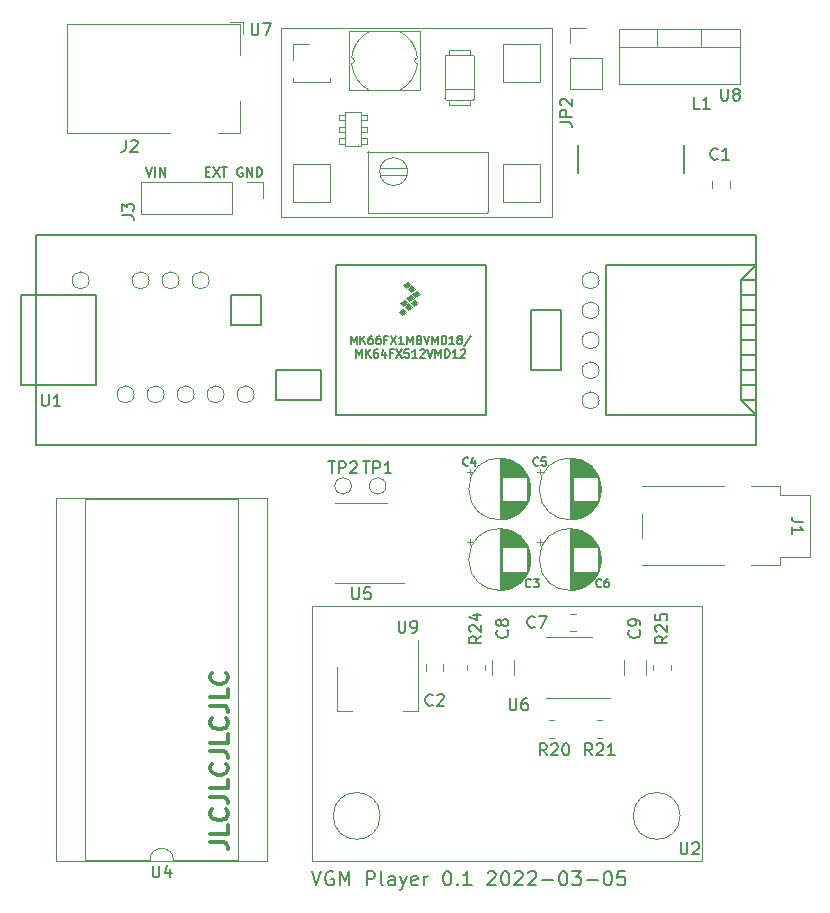
<source format=gbr>
%TF.GenerationSoftware,KiCad,Pcbnew,(6.0.4)*%
%TF.CreationDate,2022-03-31T21:50:03-03:00*%
%TF.ProjectId,vgm-teensy,76676d2d-7465-4656-9e73-792e6b696361,rev?*%
%TF.SameCoordinates,Original*%
%TF.FileFunction,Legend,Top*%
%TF.FilePolarity,Positive*%
%FSLAX46Y46*%
G04 Gerber Fmt 4.6, Leading zero omitted, Abs format (unit mm)*
G04 Created by KiCad (PCBNEW (6.0.4)) date 2022-03-31 21:50:03*
%MOMM*%
%LPD*%
G01*
G04 APERTURE LIST*
%ADD10C,0.300000*%
%ADD11C,0.200000*%
%ADD12C,0.150000*%
%ADD13C,0.120000*%
%ADD14C,0.100000*%
G04 APERTURE END LIST*
D10*
X121479571Y-128848571D02*
X122551000Y-128848571D01*
X122765285Y-128920000D01*
X122908142Y-129062857D01*
X122979571Y-129277142D01*
X122979571Y-129420000D01*
X122979571Y-127420000D02*
X122979571Y-128134285D01*
X121479571Y-128134285D01*
X122836714Y-126062857D02*
X122908142Y-126134285D01*
X122979571Y-126348571D01*
X122979571Y-126491428D01*
X122908142Y-126705714D01*
X122765285Y-126848571D01*
X122622428Y-126920000D01*
X122336714Y-126991428D01*
X122122428Y-126991428D01*
X121836714Y-126920000D01*
X121693857Y-126848571D01*
X121551000Y-126705714D01*
X121479571Y-126491428D01*
X121479571Y-126348571D01*
X121551000Y-126134285D01*
X121622428Y-126062857D01*
X121479571Y-124991428D02*
X122551000Y-124991428D01*
X122765285Y-125062857D01*
X122908142Y-125205714D01*
X122979571Y-125420000D01*
X122979571Y-125562857D01*
X122979571Y-123562857D02*
X122979571Y-124277142D01*
X121479571Y-124277142D01*
X122836714Y-122205714D02*
X122908142Y-122277142D01*
X122979571Y-122491428D01*
X122979571Y-122634285D01*
X122908142Y-122848571D01*
X122765285Y-122991428D01*
X122622428Y-123062857D01*
X122336714Y-123134285D01*
X122122428Y-123134285D01*
X121836714Y-123062857D01*
X121693857Y-122991428D01*
X121551000Y-122848571D01*
X121479571Y-122634285D01*
X121479571Y-122491428D01*
X121551000Y-122277142D01*
X121622428Y-122205714D01*
X121479571Y-121134285D02*
X122551000Y-121134285D01*
X122765285Y-121205714D01*
X122908142Y-121348571D01*
X122979571Y-121562857D01*
X122979571Y-121705714D01*
X122979571Y-119705714D02*
X122979571Y-120420000D01*
X121479571Y-120420000D01*
X122836714Y-118348571D02*
X122908142Y-118420000D01*
X122979571Y-118634285D01*
X122979571Y-118777142D01*
X122908142Y-118991428D01*
X122765285Y-119134285D01*
X122622428Y-119205714D01*
X122336714Y-119277142D01*
X122122428Y-119277142D01*
X121836714Y-119205714D01*
X121693857Y-119134285D01*
X121551000Y-118991428D01*
X121479571Y-118777142D01*
X121479571Y-118634285D01*
X121551000Y-118420000D01*
X121622428Y-118348571D01*
X121479571Y-117277142D02*
X122551000Y-117277142D01*
X122765285Y-117348571D01*
X122908142Y-117491428D01*
X122979571Y-117705714D01*
X122979571Y-117848571D01*
X122979571Y-115848571D02*
X122979571Y-116562857D01*
X121479571Y-116562857D01*
X122836714Y-114491428D02*
X122908142Y-114562857D01*
X122979571Y-114777142D01*
X122979571Y-114920000D01*
X122908142Y-115134285D01*
X122765285Y-115277142D01*
X122622428Y-115348571D01*
X122336714Y-115420000D01*
X122122428Y-115420000D01*
X121836714Y-115348571D01*
X121693857Y-115277142D01*
X121551000Y-115134285D01*
X121479571Y-114920000D01*
X121479571Y-114777142D01*
X121551000Y-114562857D01*
X121622428Y-114491428D01*
D11*
X130040142Y-131295857D02*
X130440142Y-132495857D01*
X130840142Y-131295857D01*
X131868714Y-131353000D02*
X131754428Y-131295857D01*
X131583000Y-131295857D01*
X131411571Y-131353000D01*
X131297285Y-131467285D01*
X131240142Y-131581571D01*
X131183000Y-131810142D01*
X131183000Y-131981571D01*
X131240142Y-132210142D01*
X131297285Y-132324428D01*
X131411571Y-132438714D01*
X131583000Y-132495857D01*
X131697285Y-132495857D01*
X131868714Y-132438714D01*
X131925857Y-132381571D01*
X131925857Y-131981571D01*
X131697285Y-131981571D01*
X132440142Y-132495857D02*
X132440142Y-131295857D01*
X132840142Y-132153000D01*
X133240142Y-131295857D01*
X133240142Y-132495857D01*
X134725857Y-132495857D02*
X134725857Y-131295857D01*
X135183000Y-131295857D01*
X135297285Y-131353000D01*
X135354428Y-131410142D01*
X135411571Y-131524428D01*
X135411571Y-131695857D01*
X135354428Y-131810142D01*
X135297285Y-131867285D01*
X135183000Y-131924428D01*
X134725857Y-131924428D01*
X136097285Y-132495857D02*
X135983000Y-132438714D01*
X135925857Y-132324428D01*
X135925857Y-131295857D01*
X137068714Y-132495857D02*
X137068714Y-131867285D01*
X137011571Y-131753000D01*
X136897285Y-131695857D01*
X136668714Y-131695857D01*
X136554428Y-131753000D01*
X137068714Y-132438714D02*
X136954428Y-132495857D01*
X136668714Y-132495857D01*
X136554428Y-132438714D01*
X136497285Y-132324428D01*
X136497285Y-132210142D01*
X136554428Y-132095857D01*
X136668714Y-132038714D01*
X136954428Y-132038714D01*
X137068714Y-131981571D01*
X137525857Y-131695857D02*
X137811571Y-132495857D01*
X138097285Y-131695857D02*
X137811571Y-132495857D01*
X137697285Y-132781571D01*
X137640142Y-132838714D01*
X137525857Y-132895857D01*
X139011571Y-132438714D02*
X138897285Y-132495857D01*
X138668714Y-132495857D01*
X138554428Y-132438714D01*
X138497285Y-132324428D01*
X138497285Y-131867285D01*
X138554428Y-131753000D01*
X138668714Y-131695857D01*
X138897285Y-131695857D01*
X139011571Y-131753000D01*
X139068714Y-131867285D01*
X139068714Y-131981571D01*
X138497285Y-132095857D01*
X139583000Y-132495857D02*
X139583000Y-131695857D01*
X139583000Y-131924428D02*
X139640142Y-131810142D01*
X139697285Y-131753000D01*
X139811571Y-131695857D01*
X139925857Y-131695857D01*
X141468714Y-131295857D02*
X141583000Y-131295857D01*
X141697285Y-131353000D01*
X141754428Y-131410142D01*
X141811571Y-131524428D01*
X141868714Y-131753000D01*
X141868714Y-132038714D01*
X141811571Y-132267285D01*
X141754428Y-132381571D01*
X141697285Y-132438714D01*
X141583000Y-132495857D01*
X141468714Y-132495857D01*
X141354428Y-132438714D01*
X141297285Y-132381571D01*
X141240142Y-132267285D01*
X141183000Y-132038714D01*
X141183000Y-131753000D01*
X141240142Y-131524428D01*
X141297285Y-131410142D01*
X141354428Y-131353000D01*
X141468714Y-131295857D01*
X142383000Y-132381571D02*
X142440142Y-132438714D01*
X142383000Y-132495857D01*
X142325857Y-132438714D01*
X142383000Y-132381571D01*
X142383000Y-132495857D01*
X143583000Y-132495857D02*
X142897285Y-132495857D01*
X143240142Y-132495857D02*
X143240142Y-131295857D01*
X143125857Y-131467285D01*
X143011571Y-131581571D01*
X142897285Y-131638714D01*
X144954428Y-131410142D02*
X145011571Y-131353000D01*
X145125857Y-131295857D01*
X145411571Y-131295857D01*
X145525857Y-131353000D01*
X145583000Y-131410142D01*
X145640142Y-131524428D01*
X145640142Y-131638714D01*
X145583000Y-131810142D01*
X144897285Y-132495857D01*
X145640142Y-132495857D01*
X146383000Y-131295857D02*
X146497285Y-131295857D01*
X146611571Y-131353000D01*
X146668714Y-131410142D01*
X146725857Y-131524428D01*
X146783000Y-131753000D01*
X146783000Y-132038714D01*
X146725857Y-132267285D01*
X146668714Y-132381571D01*
X146611571Y-132438714D01*
X146497285Y-132495857D01*
X146383000Y-132495857D01*
X146268714Y-132438714D01*
X146211571Y-132381571D01*
X146154428Y-132267285D01*
X146097285Y-132038714D01*
X146097285Y-131753000D01*
X146154428Y-131524428D01*
X146211571Y-131410142D01*
X146268714Y-131353000D01*
X146383000Y-131295857D01*
X147240142Y-131410142D02*
X147297285Y-131353000D01*
X147411571Y-131295857D01*
X147697285Y-131295857D01*
X147811571Y-131353000D01*
X147868714Y-131410142D01*
X147925857Y-131524428D01*
X147925857Y-131638714D01*
X147868714Y-131810142D01*
X147183000Y-132495857D01*
X147925857Y-132495857D01*
X148383000Y-131410142D02*
X148440142Y-131353000D01*
X148554428Y-131295857D01*
X148840142Y-131295857D01*
X148954428Y-131353000D01*
X149011571Y-131410142D01*
X149068714Y-131524428D01*
X149068714Y-131638714D01*
X149011571Y-131810142D01*
X148325857Y-132495857D01*
X149068714Y-132495857D01*
X149583000Y-132038714D02*
X150497285Y-132038714D01*
X151297285Y-131295857D02*
X151411571Y-131295857D01*
X151525857Y-131353000D01*
X151583000Y-131410142D01*
X151640142Y-131524428D01*
X151697285Y-131753000D01*
X151697285Y-132038714D01*
X151640142Y-132267285D01*
X151583000Y-132381571D01*
X151525857Y-132438714D01*
X151411571Y-132495857D01*
X151297285Y-132495857D01*
X151183000Y-132438714D01*
X151125857Y-132381571D01*
X151068714Y-132267285D01*
X151011571Y-132038714D01*
X151011571Y-131753000D01*
X151068714Y-131524428D01*
X151125857Y-131410142D01*
X151183000Y-131353000D01*
X151297285Y-131295857D01*
X152097285Y-131295857D02*
X152840142Y-131295857D01*
X152440142Y-131753000D01*
X152611571Y-131753000D01*
X152725857Y-131810142D01*
X152783000Y-131867285D01*
X152840142Y-131981571D01*
X152840142Y-132267285D01*
X152783000Y-132381571D01*
X152725857Y-132438714D01*
X152611571Y-132495857D01*
X152268714Y-132495857D01*
X152154428Y-132438714D01*
X152097285Y-132381571D01*
X153354428Y-132038714D02*
X154268714Y-132038714D01*
X155068714Y-131295857D02*
X155183000Y-131295857D01*
X155297285Y-131353000D01*
X155354428Y-131410142D01*
X155411571Y-131524428D01*
X155468714Y-131753000D01*
X155468714Y-132038714D01*
X155411571Y-132267285D01*
X155354428Y-132381571D01*
X155297285Y-132438714D01*
X155183000Y-132495857D01*
X155068714Y-132495857D01*
X154954428Y-132438714D01*
X154897285Y-132381571D01*
X154840142Y-132267285D01*
X154783000Y-132038714D01*
X154783000Y-131753000D01*
X154840142Y-131524428D01*
X154897285Y-131410142D01*
X154954428Y-131353000D01*
X155068714Y-131295857D01*
X156554428Y-131295857D02*
X155983000Y-131295857D01*
X155925857Y-131867285D01*
X155983000Y-131810142D01*
X156097285Y-131753000D01*
X156383000Y-131753000D01*
X156497285Y-131810142D01*
X156554428Y-131867285D01*
X156611571Y-131981571D01*
X156611571Y-132267285D01*
X156554428Y-132381571D01*
X156497285Y-132438714D01*
X156383000Y-132495857D01*
X156097285Y-132495857D01*
X155983000Y-132438714D01*
X155925857Y-132381571D01*
D12*
X115997690Y-71697904D02*
X116264357Y-72497904D01*
X116531023Y-71697904D01*
X116797690Y-72497904D02*
X116797690Y-71697904D01*
X117178642Y-72497904D02*
X117178642Y-71697904D01*
X117635785Y-72497904D01*
X117635785Y-71697904D01*
X121064357Y-72078857D02*
X121331023Y-72078857D01*
X121445309Y-72497904D02*
X121064357Y-72497904D01*
X121064357Y-71697904D01*
X121445309Y-71697904D01*
X121711976Y-71697904D02*
X122245309Y-72497904D01*
X122245309Y-71697904D02*
X121711976Y-72497904D01*
X122435785Y-71697904D02*
X122892928Y-71697904D01*
X122664357Y-72497904D02*
X122664357Y-71697904D01*
X124188166Y-71736000D02*
X124111976Y-71697904D01*
X123997690Y-71697904D01*
X123883404Y-71736000D01*
X123807214Y-71812190D01*
X123769119Y-71888380D01*
X123731023Y-72040761D01*
X123731023Y-72155047D01*
X123769119Y-72307428D01*
X123807214Y-72383619D01*
X123883404Y-72459809D01*
X123997690Y-72497904D01*
X124073880Y-72497904D01*
X124188166Y-72459809D01*
X124226261Y-72421714D01*
X124226261Y-72155047D01*
X124073880Y-72155047D01*
X124569119Y-72497904D02*
X124569119Y-71697904D01*
X125026261Y-72497904D01*
X125026261Y-71697904D01*
X125407214Y-72497904D02*
X125407214Y-71697904D01*
X125597690Y-71697904D01*
X125711976Y-71736000D01*
X125788166Y-71812190D01*
X125826261Y-71888380D01*
X125864357Y-72040761D01*
X125864357Y-72155047D01*
X125826261Y-72307428D01*
X125788166Y-72383619D01*
X125711976Y-72459809D01*
X125597690Y-72497904D01*
X125407214Y-72497904D01*
%TO.C,J1*%
X171688619Y-101730666D02*
X170974333Y-101730666D01*
X170831476Y-101683047D01*
X170736238Y-101587809D01*
X170688619Y-101444952D01*
X170688619Y-101349714D01*
X170688619Y-102730666D02*
X170688619Y-102159238D01*
X170688619Y-102444952D02*
X171688619Y-102444952D01*
X171545761Y-102349714D01*
X171450523Y-102254476D01*
X171402904Y-102159238D01*
%TO.C,R24*%
X144405380Y-111386857D02*
X143929190Y-111720190D01*
X144405380Y-111958285D02*
X143405380Y-111958285D01*
X143405380Y-111577333D01*
X143453000Y-111482095D01*
X143500619Y-111434476D01*
X143595857Y-111386857D01*
X143738714Y-111386857D01*
X143833952Y-111434476D01*
X143881571Y-111482095D01*
X143929190Y-111577333D01*
X143929190Y-111958285D01*
X143500619Y-111005904D02*
X143453000Y-110958285D01*
X143405380Y-110863047D01*
X143405380Y-110624952D01*
X143453000Y-110529714D01*
X143500619Y-110482095D01*
X143595857Y-110434476D01*
X143691095Y-110434476D01*
X143833952Y-110482095D01*
X144405380Y-111053523D01*
X144405380Y-110434476D01*
X143738714Y-109577333D02*
X144405380Y-109577333D01*
X143357761Y-109815428D02*
X144072047Y-110053523D01*
X144072047Y-109434476D01*
%TO.C,U9*%
X137414095Y-110094380D02*
X137414095Y-110903904D01*
X137461714Y-110999142D01*
X137509333Y-111046761D01*
X137604571Y-111094380D01*
X137795047Y-111094380D01*
X137890285Y-111046761D01*
X137937904Y-110999142D01*
X137985523Y-110903904D01*
X137985523Y-110094380D01*
X138509333Y-111094380D02*
X138699809Y-111094380D01*
X138795047Y-111046761D01*
X138842666Y-110999142D01*
X138937904Y-110856285D01*
X138985523Y-110665809D01*
X138985523Y-110284857D01*
X138937904Y-110189619D01*
X138890285Y-110142000D01*
X138795047Y-110094380D01*
X138604571Y-110094380D01*
X138509333Y-110142000D01*
X138461714Y-110189619D01*
X138414095Y-110284857D01*
X138414095Y-110522952D01*
X138461714Y-110618190D01*
X138509333Y-110665809D01*
X138604571Y-110713428D01*
X138795047Y-110713428D01*
X138890285Y-110665809D01*
X138937904Y-110618190D01*
X138985523Y-110522952D01*
%TO.C,U4*%
X116591095Y-130819380D02*
X116591095Y-131628904D01*
X116638714Y-131724142D01*
X116686333Y-131771761D01*
X116781571Y-131819380D01*
X116972047Y-131819380D01*
X117067285Y-131771761D01*
X117114904Y-131724142D01*
X117162523Y-131628904D01*
X117162523Y-130819380D01*
X118067285Y-131152714D02*
X118067285Y-131819380D01*
X117829190Y-130771761D02*
X117591095Y-131486047D01*
X118210142Y-131486047D01*
%TO.C,L1*%
X162901333Y-66746380D02*
X162425142Y-66746380D01*
X162425142Y-65746380D01*
X163758476Y-66746380D02*
X163187047Y-66746380D01*
X163472761Y-66746380D02*
X163472761Y-65746380D01*
X163377523Y-65889238D01*
X163282285Y-65984476D01*
X163187047Y-66032095D01*
%TO.C,C3*%
X148600334Y-107184000D02*
X148567001Y-107217333D01*
X148467001Y-107250666D01*
X148400334Y-107250666D01*
X148300334Y-107217333D01*
X148233667Y-107150666D01*
X148200334Y-107084000D01*
X148167001Y-106950666D01*
X148167001Y-106850666D01*
X148200334Y-106717333D01*
X148233667Y-106650666D01*
X148300334Y-106584000D01*
X148400334Y-106550666D01*
X148467001Y-106550666D01*
X148567001Y-106584000D01*
X148600334Y-106617333D01*
X148833667Y-106550666D02*
X149267001Y-106550666D01*
X149033667Y-106817333D01*
X149133667Y-106817333D01*
X149200334Y-106850666D01*
X149233667Y-106884000D01*
X149267001Y-106950666D01*
X149267001Y-107117333D01*
X149233667Y-107184000D01*
X149200334Y-107217333D01*
X149133667Y-107250666D01*
X148933667Y-107250666D01*
X148867001Y-107217333D01*
X148833667Y-107184000D01*
%TO.C,C7*%
X148931333Y-110593142D02*
X148883714Y-110640761D01*
X148740857Y-110688380D01*
X148645619Y-110688380D01*
X148502761Y-110640761D01*
X148407523Y-110545523D01*
X148359904Y-110450285D01*
X148312285Y-110259809D01*
X148312285Y-110116952D01*
X148359904Y-109926476D01*
X148407523Y-109831238D01*
X148502761Y-109736000D01*
X148645619Y-109688380D01*
X148740857Y-109688380D01*
X148883714Y-109736000D01*
X148931333Y-109783619D01*
X149264666Y-109688380D02*
X149931333Y-109688380D01*
X149502761Y-110688380D01*
%TO.C,TP1*%
X134374095Y-96607380D02*
X134945523Y-96607380D01*
X134659809Y-97607380D02*
X134659809Y-96607380D01*
X135278857Y-97607380D02*
X135278857Y-96607380D01*
X135659809Y-96607380D01*
X135755047Y-96655000D01*
X135802666Y-96702619D01*
X135850285Y-96797857D01*
X135850285Y-96940714D01*
X135802666Y-97035952D01*
X135755047Y-97083571D01*
X135659809Y-97131190D01*
X135278857Y-97131190D01*
X136802666Y-97607380D02*
X136231238Y-97607380D01*
X136516952Y-97607380D02*
X136516952Y-96607380D01*
X136421714Y-96750238D01*
X136326476Y-96845476D01*
X136231238Y-96893095D01*
%TO.C,R20*%
X149952206Y-121483380D02*
X149618873Y-121007190D01*
X149380778Y-121483380D02*
X149380778Y-120483380D01*
X149761730Y-120483380D01*
X149856968Y-120531000D01*
X149904587Y-120578619D01*
X149952206Y-120673857D01*
X149952206Y-120816714D01*
X149904587Y-120911952D01*
X149856968Y-120959571D01*
X149761730Y-121007190D01*
X149380778Y-121007190D01*
X150333159Y-120578619D02*
X150380778Y-120531000D01*
X150476016Y-120483380D01*
X150714111Y-120483380D01*
X150809349Y-120531000D01*
X150856968Y-120578619D01*
X150904587Y-120673857D01*
X150904587Y-120769095D01*
X150856968Y-120911952D01*
X150285540Y-121483380D01*
X150904587Y-121483380D01*
X151523635Y-120483380D02*
X151618873Y-120483380D01*
X151714111Y-120531000D01*
X151761730Y-120578619D01*
X151809349Y-120673857D01*
X151856968Y-120864333D01*
X151856968Y-121102428D01*
X151809349Y-121292904D01*
X151761730Y-121388142D01*
X151714111Y-121435761D01*
X151618873Y-121483380D01*
X151523635Y-121483380D01*
X151428397Y-121435761D01*
X151380778Y-121388142D01*
X151333159Y-121292904D01*
X151285540Y-121102428D01*
X151285540Y-120864333D01*
X151333159Y-120673857D01*
X151380778Y-120578619D01*
X151428397Y-120531000D01*
X151523635Y-120483380D01*
%TO.C,C1*%
X164425333Y-70969142D02*
X164377714Y-71016761D01*
X164234857Y-71064380D01*
X164139619Y-71064380D01*
X163996761Y-71016761D01*
X163901523Y-70921523D01*
X163853904Y-70826285D01*
X163806285Y-70635809D01*
X163806285Y-70492952D01*
X163853904Y-70302476D01*
X163901523Y-70207238D01*
X163996761Y-70112000D01*
X164139619Y-70064380D01*
X164234857Y-70064380D01*
X164377714Y-70112000D01*
X164425333Y-70159619D01*
X165377714Y-71064380D02*
X164806285Y-71064380D01*
X165092000Y-71064380D02*
X165092000Y-70064380D01*
X164996761Y-70207238D01*
X164901523Y-70302476D01*
X164806285Y-70350095D01*
%TO.C,R21*%
X153789142Y-121483380D02*
X153455809Y-121007190D01*
X153217714Y-121483380D02*
X153217714Y-120483380D01*
X153598666Y-120483380D01*
X153693904Y-120531000D01*
X153741523Y-120578619D01*
X153789142Y-120673857D01*
X153789142Y-120816714D01*
X153741523Y-120911952D01*
X153693904Y-120959571D01*
X153598666Y-121007190D01*
X153217714Y-121007190D01*
X154170095Y-120578619D02*
X154217714Y-120531000D01*
X154312952Y-120483380D01*
X154551047Y-120483380D01*
X154646285Y-120531000D01*
X154693904Y-120578619D01*
X154741523Y-120673857D01*
X154741523Y-120769095D01*
X154693904Y-120911952D01*
X154122476Y-121483380D01*
X154741523Y-121483380D01*
X155693904Y-121483380D02*
X155122476Y-121483380D01*
X155408190Y-121483380D02*
X155408190Y-120483380D01*
X155312952Y-120626238D01*
X155217714Y-120721476D01*
X155122476Y-120769095D01*
%TO.C,JP2*%
X151090380Y-67889333D02*
X151804666Y-67889333D01*
X151947523Y-67936952D01*
X152042761Y-68032190D01*
X152090380Y-68175047D01*
X152090380Y-68270285D01*
X152090380Y-67413142D02*
X151090380Y-67413142D01*
X151090380Y-67032190D01*
X151138000Y-66936952D01*
X151185619Y-66889333D01*
X151280857Y-66841714D01*
X151423714Y-66841714D01*
X151518952Y-66889333D01*
X151566571Y-66936952D01*
X151614190Y-67032190D01*
X151614190Y-67413142D01*
X151185619Y-66460761D02*
X151138000Y-66413142D01*
X151090380Y-66317904D01*
X151090380Y-66079809D01*
X151138000Y-65984571D01*
X151185619Y-65936952D01*
X151280857Y-65889333D01*
X151376095Y-65889333D01*
X151518952Y-65936952D01*
X152090380Y-66508380D01*
X152090380Y-65889333D01*
%TO.C,TP2*%
X131453095Y-96607380D02*
X132024523Y-96607380D01*
X131738809Y-97607380D02*
X131738809Y-96607380D01*
X132357857Y-97607380D02*
X132357857Y-96607380D01*
X132738809Y-96607380D01*
X132834047Y-96655000D01*
X132881666Y-96702619D01*
X132929285Y-96797857D01*
X132929285Y-96940714D01*
X132881666Y-97035952D01*
X132834047Y-97083571D01*
X132738809Y-97131190D01*
X132357857Y-97131190D01*
X133310238Y-96702619D02*
X133357857Y-96655000D01*
X133453095Y-96607380D01*
X133691190Y-96607380D01*
X133786428Y-96655000D01*
X133834047Y-96702619D01*
X133881666Y-96797857D01*
X133881666Y-96893095D01*
X133834047Y-97035952D01*
X133262619Y-97607380D01*
X133881666Y-97607380D01*
%TO.C,C8*%
X146596142Y-110910666D02*
X146643761Y-110958285D01*
X146691380Y-111101142D01*
X146691380Y-111196380D01*
X146643761Y-111339238D01*
X146548523Y-111434476D01*
X146453285Y-111482095D01*
X146262809Y-111529714D01*
X146119952Y-111529714D01*
X145929476Y-111482095D01*
X145834238Y-111434476D01*
X145739000Y-111339238D01*
X145691380Y-111196380D01*
X145691380Y-111101142D01*
X145739000Y-110958285D01*
X145786619Y-110910666D01*
X146119952Y-110339238D02*
X146072333Y-110434476D01*
X146024714Y-110482095D01*
X145929476Y-110529714D01*
X145881857Y-110529714D01*
X145786619Y-110482095D01*
X145739000Y-110434476D01*
X145691380Y-110339238D01*
X145691380Y-110148761D01*
X145739000Y-110053523D01*
X145786619Y-110005904D01*
X145881857Y-109958285D01*
X145929476Y-109958285D01*
X146024714Y-110005904D01*
X146072333Y-110053523D01*
X146119952Y-110148761D01*
X146119952Y-110339238D01*
X146167571Y-110434476D01*
X146215190Y-110482095D01*
X146310428Y-110529714D01*
X146500904Y-110529714D01*
X146596142Y-110482095D01*
X146643761Y-110434476D01*
X146691380Y-110339238D01*
X146691380Y-110148761D01*
X146643761Y-110053523D01*
X146596142Y-110005904D01*
X146500904Y-109958285D01*
X146310428Y-109958285D01*
X146215190Y-110005904D01*
X146167571Y-110053523D01*
X146119952Y-110148761D01*
%TO.C,C6*%
X154569334Y-107184000D02*
X154536001Y-107217333D01*
X154436001Y-107250666D01*
X154369334Y-107250666D01*
X154269334Y-107217333D01*
X154202667Y-107150666D01*
X154169334Y-107084000D01*
X154136001Y-106950666D01*
X154136001Y-106850666D01*
X154169334Y-106717333D01*
X154202667Y-106650666D01*
X154269334Y-106584000D01*
X154369334Y-106550666D01*
X154436001Y-106550666D01*
X154536001Y-106584000D01*
X154569334Y-106617333D01*
X155169334Y-106550666D02*
X155036001Y-106550666D01*
X154969334Y-106584000D01*
X154936001Y-106617333D01*
X154869334Y-106717333D01*
X154836001Y-106850666D01*
X154836001Y-107117333D01*
X154869334Y-107184000D01*
X154902667Y-107217333D01*
X154969334Y-107250666D01*
X155102667Y-107250666D01*
X155169334Y-107217333D01*
X155202667Y-107184000D01*
X155236001Y-107117333D01*
X155236001Y-106950666D01*
X155202667Y-106884000D01*
X155169334Y-106850666D01*
X155102667Y-106817333D01*
X154969334Y-106817333D01*
X154902667Y-106850666D01*
X154869334Y-106884000D01*
X154836001Y-106950666D01*
%TO.C,J3*%
X114006380Y-75771333D02*
X114720666Y-75771333D01*
X114863523Y-75818952D01*
X114958761Y-75914190D01*
X115006380Y-76057047D01*
X115006380Y-76152285D01*
X114006380Y-75390380D02*
X114006380Y-74771333D01*
X114387333Y-75104666D01*
X114387333Y-74961809D01*
X114434952Y-74866571D01*
X114482571Y-74818952D01*
X114577809Y-74771333D01*
X114815904Y-74771333D01*
X114911142Y-74818952D01*
X114958761Y-74866571D01*
X115006380Y-74961809D01*
X115006380Y-75247523D01*
X114958761Y-75342761D01*
X114911142Y-75390380D01*
%TO.C,C2*%
X140295333Y-117197142D02*
X140247714Y-117244761D01*
X140104857Y-117292380D01*
X140009619Y-117292380D01*
X139866761Y-117244761D01*
X139771523Y-117149523D01*
X139723904Y-117054285D01*
X139676285Y-116863809D01*
X139676285Y-116720952D01*
X139723904Y-116530476D01*
X139771523Y-116435238D01*
X139866761Y-116340000D01*
X140009619Y-116292380D01*
X140104857Y-116292380D01*
X140247714Y-116340000D01*
X140295333Y-116387619D01*
X140676285Y-116387619D02*
X140723904Y-116340000D01*
X140819142Y-116292380D01*
X141057238Y-116292380D01*
X141152476Y-116340000D01*
X141200095Y-116387619D01*
X141247714Y-116482857D01*
X141247714Y-116578095D01*
X141200095Y-116720952D01*
X140628666Y-117292380D01*
X141247714Y-117292380D01*
%TO.C,C4*%
X143296446Y-96897000D02*
X143263113Y-96930333D01*
X143163113Y-96963666D01*
X143096446Y-96963666D01*
X142996446Y-96930333D01*
X142929779Y-96863666D01*
X142896446Y-96797000D01*
X142863113Y-96663666D01*
X142863113Y-96563666D01*
X142896446Y-96430333D01*
X142929779Y-96363666D01*
X142996446Y-96297000D01*
X143096446Y-96263666D01*
X143163113Y-96263666D01*
X143263113Y-96297000D01*
X143296446Y-96330333D01*
X143896446Y-96497000D02*
X143896446Y-96963666D01*
X143729779Y-96230333D02*
X143563113Y-96730333D01*
X143996446Y-96730333D01*
%TO.C,U1*%
X107200793Y-90908380D02*
X107200793Y-91717904D01*
X107248412Y-91813142D01*
X107296031Y-91860761D01*
X107391269Y-91908380D01*
X107581745Y-91908380D01*
X107676983Y-91860761D01*
X107724602Y-91813142D01*
X107772221Y-91717904D01*
X107772221Y-90908380D01*
X108772221Y-91908380D02*
X108200793Y-91908380D01*
X108486507Y-91908380D02*
X108486507Y-90908380D01*
X108391269Y-91051238D01*
X108296031Y-91146476D01*
X108200793Y-91194095D01*
X133830000Y-87819666D02*
X133830000Y-87119666D01*
X134063333Y-87619666D01*
X134296666Y-87119666D01*
X134296666Y-87819666D01*
X134630000Y-87819666D02*
X134630000Y-87119666D01*
X135030000Y-87819666D02*
X134730000Y-87419666D01*
X135030000Y-87119666D02*
X134630000Y-87519666D01*
X135630000Y-87119666D02*
X135496666Y-87119666D01*
X135430000Y-87153000D01*
X135396666Y-87186333D01*
X135330000Y-87286333D01*
X135296666Y-87419666D01*
X135296666Y-87686333D01*
X135330000Y-87753000D01*
X135363333Y-87786333D01*
X135430000Y-87819666D01*
X135563333Y-87819666D01*
X135630000Y-87786333D01*
X135663333Y-87753000D01*
X135696666Y-87686333D01*
X135696666Y-87519666D01*
X135663333Y-87453000D01*
X135630000Y-87419666D01*
X135563333Y-87386333D01*
X135430000Y-87386333D01*
X135363333Y-87419666D01*
X135330000Y-87453000D01*
X135296666Y-87519666D01*
X136296666Y-87353000D02*
X136296666Y-87819666D01*
X136130000Y-87086333D02*
X135963333Y-87586333D01*
X136396666Y-87586333D01*
X136896666Y-87453000D02*
X136663333Y-87453000D01*
X136663333Y-87819666D02*
X136663333Y-87119666D01*
X136996666Y-87119666D01*
X137196666Y-87119666D02*
X137663333Y-87819666D01*
X137663333Y-87119666D02*
X137196666Y-87819666D01*
X138263333Y-87119666D02*
X137930000Y-87119666D01*
X137896666Y-87453000D01*
X137930000Y-87419666D01*
X137996666Y-87386333D01*
X138163333Y-87386333D01*
X138230000Y-87419666D01*
X138263333Y-87453000D01*
X138296666Y-87519666D01*
X138296666Y-87686333D01*
X138263333Y-87753000D01*
X138230000Y-87786333D01*
X138163333Y-87819666D01*
X137996666Y-87819666D01*
X137930000Y-87786333D01*
X137896666Y-87753000D01*
X138963333Y-87819666D02*
X138563333Y-87819666D01*
X138763333Y-87819666D02*
X138763333Y-87119666D01*
X138696666Y-87219666D01*
X138630000Y-87286333D01*
X138563333Y-87319666D01*
X139230000Y-87186333D02*
X139263333Y-87153000D01*
X139330000Y-87119666D01*
X139496666Y-87119666D01*
X139563333Y-87153000D01*
X139596666Y-87186333D01*
X139630000Y-87253000D01*
X139630000Y-87319666D01*
X139596666Y-87419666D01*
X139196666Y-87819666D01*
X139630000Y-87819666D01*
X139830000Y-87119666D02*
X140063333Y-87819666D01*
X140296666Y-87119666D01*
X140530000Y-87819666D02*
X140530000Y-87119666D01*
X140763333Y-87619666D01*
X140996666Y-87119666D01*
X140996666Y-87819666D01*
X141330000Y-87819666D02*
X141330000Y-87119666D01*
X141496666Y-87119666D01*
X141596666Y-87153000D01*
X141663333Y-87219666D01*
X141696666Y-87286333D01*
X141730000Y-87419666D01*
X141730000Y-87519666D01*
X141696666Y-87653000D01*
X141663333Y-87719666D01*
X141596666Y-87786333D01*
X141496666Y-87819666D01*
X141330000Y-87819666D01*
X142396666Y-87819666D02*
X141996666Y-87819666D01*
X142196666Y-87819666D02*
X142196666Y-87119666D01*
X142130000Y-87219666D01*
X142063333Y-87286333D01*
X141996666Y-87319666D01*
X142663333Y-87186333D02*
X142696666Y-87153000D01*
X142763333Y-87119666D01*
X142930000Y-87119666D01*
X142996666Y-87153000D01*
X143030000Y-87186333D01*
X143063333Y-87253000D01*
X143063333Y-87319666D01*
X143030000Y-87419666D01*
X142630000Y-87819666D01*
X143063333Y-87819666D01*
X133380000Y-86676666D02*
X133380000Y-85976666D01*
X133613333Y-86476666D01*
X133846666Y-85976666D01*
X133846666Y-86676666D01*
X134180000Y-86676666D02*
X134180000Y-85976666D01*
X134580000Y-86676666D02*
X134280000Y-86276666D01*
X134580000Y-85976666D02*
X134180000Y-86376666D01*
X135180000Y-85976666D02*
X135046666Y-85976666D01*
X134980000Y-86010000D01*
X134946666Y-86043333D01*
X134880000Y-86143333D01*
X134846666Y-86276666D01*
X134846666Y-86543333D01*
X134880000Y-86610000D01*
X134913333Y-86643333D01*
X134980000Y-86676666D01*
X135113333Y-86676666D01*
X135180000Y-86643333D01*
X135213333Y-86610000D01*
X135246666Y-86543333D01*
X135246666Y-86376666D01*
X135213333Y-86310000D01*
X135180000Y-86276666D01*
X135113333Y-86243333D01*
X134980000Y-86243333D01*
X134913333Y-86276666D01*
X134880000Y-86310000D01*
X134846666Y-86376666D01*
X135846666Y-85976666D02*
X135713333Y-85976666D01*
X135646666Y-86010000D01*
X135613333Y-86043333D01*
X135546666Y-86143333D01*
X135513333Y-86276666D01*
X135513333Y-86543333D01*
X135546666Y-86610000D01*
X135580000Y-86643333D01*
X135646666Y-86676666D01*
X135780000Y-86676666D01*
X135846666Y-86643333D01*
X135880000Y-86610000D01*
X135913333Y-86543333D01*
X135913333Y-86376666D01*
X135880000Y-86310000D01*
X135846666Y-86276666D01*
X135780000Y-86243333D01*
X135646666Y-86243333D01*
X135580000Y-86276666D01*
X135546666Y-86310000D01*
X135513333Y-86376666D01*
X136446666Y-86310000D02*
X136213333Y-86310000D01*
X136213333Y-86676666D02*
X136213333Y-85976666D01*
X136546666Y-85976666D01*
X136746666Y-85976666D02*
X137213333Y-86676666D01*
X137213333Y-85976666D02*
X136746666Y-86676666D01*
X137846666Y-86676666D02*
X137446666Y-86676666D01*
X137646666Y-86676666D02*
X137646666Y-85976666D01*
X137580000Y-86076666D01*
X137513333Y-86143333D01*
X137446666Y-86176666D01*
X138146666Y-86676666D02*
X138146666Y-85976666D01*
X138380000Y-86476666D01*
X138613333Y-85976666D01*
X138613333Y-86676666D01*
X139180000Y-86310000D02*
X139280000Y-86343333D01*
X139313333Y-86376666D01*
X139346666Y-86443333D01*
X139346666Y-86543333D01*
X139313333Y-86610000D01*
X139280000Y-86643333D01*
X139213333Y-86676666D01*
X138946666Y-86676666D01*
X138946666Y-85976666D01*
X139180000Y-85976666D01*
X139246666Y-86010000D01*
X139280000Y-86043333D01*
X139313333Y-86110000D01*
X139313333Y-86176666D01*
X139280000Y-86243333D01*
X139246666Y-86276666D01*
X139180000Y-86310000D01*
X138946666Y-86310000D01*
X139546666Y-85976666D02*
X139780000Y-86676666D01*
X140013333Y-85976666D01*
X140246666Y-86676666D02*
X140246666Y-85976666D01*
X140480000Y-86476666D01*
X140713333Y-85976666D01*
X140713333Y-86676666D01*
X141046666Y-86676666D02*
X141046666Y-85976666D01*
X141213333Y-85976666D01*
X141313333Y-86010000D01*
X141380000Y-86076666D01*
X141413333Y-86143333D01*
X141446666Y-86276666D01*
X141446666Y-86376666D01*
X141413333Y-86510000D01*
X141380000Y-86576666D01*
X141313333Y-86643333D01*
X141213333Y-86676666D01*
X141046666Y-86676666D01*
X142113333Y-86676666D02*
X141713333Y-86676666D01*
X141913333Y-86676666D02*
X141913333Y-85976666D01*
X141846666Y-86076666D01*
X141780000Y-86143333D01*
X141713333Y-86176666D01*
X142513333Y-86276666D02*
X142446666Y-86243333D01*
X142413333Y-86210000D01*
X142380000Y-86143333D01*
X142380000Y-86110000D01*
X142413333Y-86043333D01*
X142446666Y-86010000D01*
X142513333Y-85976666D01*
X142646666Y-85976666D01*
X142713333Y-86010000D01*
X142746666Y-86043333D01*
X142780000Y-86110000D01*
X142780000Y-86143333D01*
X142746666Y-86210000D01*
X142713333Y-86243333D01*
X142646666Y-86276666D01*
X142513333Y-86276666D01*
X142446666Y-86310000D01*
X142413333Y-86343333D01*
X142380000Y-86410000D01*
X142380000Y-86543333D01*
X142413333Y-86610000D01*
X142446666Y-86643333D01*
X142513333Y-86676666D01*
X142646666Y-86676666D01*
X142713333Y-86643333D01*
X142746666Y-86610000D01*
X142780000Y-86543333D01*
X142780000Y-86410000D01*
X142746666Y-86343333D01*
X142713333Y-86310000D01*
X142646666Y-86276666D01*
X143580000Y-85943333D02*
X142980000Y-86843333D01*
%TO.C,C5*%
X149235333Y-96897000D02*
X149202000Y-96930333D01*
X149102000Y-96963666D01*
X149035333Y-96963666D01*
X148935333Y-96930333D01*
X148868666Y-96863666D01*
X148835333Y-96797000D01*
X148802000Y-96663666D01*
X148802000Y-96563666D01*
X148835333Y-96430333D01*
X148868666Y-96363666D01*
X148935333Y-96297000D01*
X149035333Y-96263666D01*
X149102000Y-96263666D01*
X149202000Y-96297000D01*
X149235333Y-96330333D01*
X149868666Y-96263666D02*
X149535333Y-96263666D01*
X149502000Y-96597000D01*
X149535333Y-96563666D01*
X149602000Y-96530333D01*
X149768666Y-96530333D01*
X149835333Y-96563666D01*
X149868666Y-96597000D01*
X149902000Y-96663666D01*
X149902000Y-96830333D01*
X149868666Y-96897000D01*
X149835333Y-96930333D01*
X149768666Y-96963666D01*
X149602000Y-96963666D01*
X149535333Y-96930333D01*
X149502000Y-96897000D01*
%TO.C,U7*%
X124968095Y-59523380D02*
X124968095Y-60332904D01*
X125015714Y-60428142D01*
X125063333Y-60475761D01*
X125158571Y-60523380D01*
X125349047Y-60523380D01*
X125444285Y-60475761D01*
X125491904Y-60428142D01*
X125539523Y-60332904D01*
X125539523Y-59523380D01*
X125920476Y-59523380D02*
X126587142Y-59523380D01*
X126158571Y-60523380D01*
%TO.C,U6*%
X146812095Y-116673380D02*
X146812095Y-117482904D01*
X146859714Y-117578142D01*
X146907333Y-117625761D01*
X147002571Y-117673380D01*
X147193047Y-117673380D01*
X147288285Y-117625761D01*
X147335904Y-117578142D01*
X147383523Y-117482904D01*
X147383523Y-116673380D01*
X148288285Y-116673380D02*
X148097809Y-116673380D01*
X148002571Y-116721000D01*
X147954952Y-116768619D01*
X147859714Y-116911476D01*
X147812095Y-117101952D01*
X147812095Y-117482904D01*
X147859714Y-117578142D01*
X147907333Y-117625761D01*
X148002571Y-117673380D01*
X148193047Y-117673380D01*
X148288285Y-117625761D01*
X148335904Y-117578142D01*
X148383523Y-117482904D01*
X148383523Y-117244809D01*
X148335904Y-117149571D01*
X148288285Y-117101952D01*
X148193047Y-117054333D01*
X148002571Y-117054333D01*
X147907333Y-117101952D01*
X147859714Y-117149571D01*
X147812095Y-117244809D01*
%TO.C,R25*%
X160153380Y-111386857D02*
X159677190Y-111720190D01*
X160153380Y-111958285D02*
X159153380Y-111958285D01*
X159153380Y-111577333D01*
X159201000Y-111482095D01*
X159248619Y-111434476D01*
X159343857Y-111386857D01*
X159486714Y-111386857D01*
X159581952Y-111434476D01*
X159629571Y-111482095D01*
X159677190Y-111577333D01*
X159677190Y-111958285D01*
X159248619Y-111005904D02*
X159201000Y-110958285D01*
X159153380Y-110863047D01*
X159153380Y-110624952D01*
X159201000Y-110529714D01*
X159248619Y-110482095D01*
X159343857Y-110434476D01*
X159439095Y-110434476D01*
X159581952Y-110482095D01*
X160153380Y-111053523D01*
X160153380Y-110434476D01*
X159153380Y-109529714D02*
X159153380Y-110005904D01*
X159629571Y-110053523D01*
X159581952Y-110005904D01*
X159534333Y-109910666D01*
X159534333Y-109672571D01*
X159581952Y-109577333D01*
X159629571Y-109529714D01*
X159724809Y-109482095D01*
X159962904Y-109482095D01*
X160058142Y-109529714D01*
X160105761Y-109577333D01*
X160153380Y-109672571D01*
X160153380Y-109910666D01*
X160105761Y-110005904D01*
X160058142Y-110053523D01*
%TO.C,U5*%
X133477095Y-107275380D02*
X133477095Y-108084904D01*
X133524714Y-108180142D01*
X133572333Y-108227761D01*
X133667571Y-108275380D01*
X133858047Y-108275380D01*
X133953285Y-108227761D01*
X134000904Y-108180142D01*
X134048523Y-108084904D01*
X134048523Y-107275380D01*
X135000904Y-107275380D02*
X134524714Y-107275380D01*
X134477095Y-107751571D01*
X134524714Y-107703952D01*
X134619952Y-107656333D01*
X134858047Y-107656333D01*
X134953285Y-107703952D01*
X135000904Y-107751571D01*
X135048523Y-107846809D01*
X135048523Y-108084904D01*
X135000904Y-108180142D01*
X134953285Y-108227761D01*
X134858047Y-108275380D01*
X134619952Y-108275380D01*
X134524714Y-108227761D01*
X134477095Y-108180142D01*
%TO.C,J2*%
X114310666Y-69395880D02*
X114310666Y-70110166D01*
X114263047Y-70253023D01*
X114167809Y-70348261D01*
X114024952Y-70395880D01*
X113929714Y-70395880D01*
X114739238Y-69491119D02*
X114786857Y-69443500D01*
X114882095Y-69395880D01*
X115120190Y-69395880D01*
X115215428Y-69443500D01*
X115263047Y-69491119D01*
X115310666Y-69586357D01*
X115310666Y-69681595D01*
X115263047Y-69824452D01*
X114691619Y-70395880D01*
X115310666Y-70395880D01*
%TO.C,U8*%
X164719095Y-65055380D02*
X164719095Y-65864904D01*
X164766714Y-65960142D01*
X164814333Y-66007761D01*
X164909571Y-66055380D01*
X165100047Y-66055380D01*
X165195285Y-66007761D01*
X165242904Y-65960142D01*
X165290523Y-65864904D01*
X165290523Y-65055380D01*
X165909571Y-65483952D02*
X165814333Y-65436333D01*
X165766714Y-65388714D01*
X165719095Y-65293476D01*
X165719095Y-65245857D01*
X165766714Y-65150619D01*
X165814333Y-65103000D01*
X165909571Y-65055380D01*
X166100047Y-65055380D01*
X166195285Y-65103000D01*
X166242904Y-65150619D01*
X166290523Y-65245857D01*
X166290523Y-65293476D01*
X166242904Y-65388714D01*
X166195285Y-65436333D01*
X166100047Y-65483952D01*
X165909571Y-65483952D01*
X165814333Y-65531571D01*
X165766714Y-65579190D01*
X165719095Y-65674428D01*
X165719095Y-65864904D01*
X165766714Y-65960142D01*
X165814333Y-66007761D01*
X165909571Y-66055380D01*
X166100047Y-66055380D01*
X166195285Y-66007761D01*
X166242904Y-65960142D01*
X166290523Y-65864904D01*
X166290523Y-65674428D01*
X166242904Y-65579190D01*
X166195285Y-65531571D01*
X166100047Y-65483952D01*
%TO.C,C9*%
X157772142Y-110910666D02*
X157819761Y-110958285D01*
X157867380Y-111101142D01*
X157867380Y-111196380D01*
X157819761Y-111339238D01*
X157724523Y-111434476D01*
X157629285Y-111482095D01*
X157438809Y-111529714D01*
X157295952Y-111529714D01*
X157105476Y-111482095D01*
X157010238Y-111434476D01*
X156915000Y-111339238D01*
X156867380Y-111196380D01*
X156867380Y-111101142D01*
X156915000Y-110958285D01*
X156962619Y-110910666D01*
X157867380Y-110434476D02*
X157867380Y-110244000D01*
X157819761Y-110148761D01*
X157772142Y-110101142D01*
X157629285Y-110005904D01*
X157438809Y-109958285D01*
X157057857Y-109958285D01*
X156962619Y-110005904D01*
X156915000Y-110053523D01*
X156867380Y-110148761D01*
X156867380Y-110339238D01*
X156915000Y-110434476D01*
X156962619Y-110482095D01*
X157057857Y-110529714D01*
X157295952Y-110529714D01*
X157391190Y-110482095D01*
X157438809Y-110434476D01*
X157486428Y-110339238D01*
X157486428Y-110148761D01*
X157438809Y-110053523D01*
X157391190Y-110005904D01*
X157295952Y-109958285D01*
%TO.C,U2*%
X161290095Y-128865380D02*
X161290095Y-129674904D01*
X161337714Y-129770142D01*
X161385333Y-129817761D01*
X161480571Y-129865380D01*
X161671047Y-129865380D01*
X161766285Y-129817761D01*
X161813904Y-129770142D01*
X161861523Y-129674904D01*
X161861523Y-128865380D01*
X162290095Y-128960619D02*
X162337714Y-128913000D01*
X162432952Y-128865380D01*
X162671047Y-128865380D01*
X162766285Y-128913000D01*
X162813904Y-128960619D01*
X162861523Y-129055857D01*
X162861523Y-129151095D01*
X162813904Y-129293952D01*
X162242476Y-129865380D01*
X162861523Y-129865380D01*
D13*
%TO.C,J1*%
X158016000Y-101014000D02*
X158016000Y-103114000D01*
X169716000Y-99464000D02*
X169716000Y-98714000D01*
X164966000Y-105414000D02*
X158016000Y-105414000D01*
X169716000Y-98714000D02*
X167266000Y-98714000D01*
X172216000Y-99464000D02*
X169716000Y-99464000D01*
X169716000Y-105414000D02*
X167266000Y-105414000D01*
X172216000Y-99464000D02*
X172216000Y-104664000D01*
X169716000Y-104664000D02*
X169716000Y-105414000D01*
X172216000Y-104664000D02*
X169716000Y-104664000D01*
X164966000Y-98714000D02*
X158016000Y-98714000D01*
%TO.C,R24*%
X143218000Y-113818936D02*
X143218000Y-114273064D01*
X144688000Y-113818936D02*
X144688000Y-114273064D01*
%TO.C,U9*%
X139046000Y-117759000D02*
X137786000Y-117759000D01*
X139046000Y-111749000D02*
X139046000Y-117759000D01*
X132226000Y-113999000D02*
X132226000Y-117759000D01*
X132226000Y-117759000D02*
X133486000Y-117759000D01*
%TO.C,U4*%
X126303000Y-99707000D02*
X108403000Y-99707000D01*
X123813000Y-130367000D02*
X123813000Y-99767000D01*
X108403000Y-130427000D02*
X126303000Y-130427000D01*
X110893000Y-99767000D02*
X110893000Y-130367000D01*
X108403000Y-99707000D02*
X108403000Y-130427000D01*
X126303000Y-130427000D02*
X126303000Y-99707000D01*
X110893000Y-130367000D02*
X116353000Y-130367000D01*
X118353000Y-130367000D02*
X123813000Y-130367000D01*
X123813000Y-99767000D02*
X110893000Y-99767000D01*
X118353000Y-130367000D02*
G75*
G03*
X116353000Y-130367000I-1000000J0D01*
G01*
D12*
%TO.C,L1*%
X161599000Y-69843000D02*
X161599000Y-72143000D01*
X152599000Y-69843000D02*
X152599000Y-72143000D01*
D13*
%TO.C,C3*%
X146647888Y-102411000D02*
X146647888Y-103862000D01*
X146567888Y-102391000D02*
X146567888Y-103862000D01*
X146968888Y-102520000D02*
X146968888Y-103862000D01*
X148168888Y-103519000D02*
X148168888Y-103862000D01*
X145967888Y-102322000D02*
X145967888Y-107482000D01*
X148288888Y-103724000D02*
X148288888Y-106080000D01*
X147208888Y-105942000D02*
X147208888Y-107170000D01*
X146607888Y-105942000D02*
X146607888Y-107403000D01*
X146407888Y-105942000D02*
X146407888Y-107445000D01*
X146567888Y-105942000D02*
X146567888Y-107413000D01*
X147328888Y-102702000D02*
X147328888Y-103862000D01*
X146647888Y-105942000D02*
X146647888Y-107393000D01*
X146207888Y-105942000D02*
X146207888Y-107471000D01*
X146287888Y-102341000D02*
X146287888Y-103862000D01*
X148368888Y-103891000D02*
X148368888Y-105913000D01*
X146127888Y-102326000D02*
X146127888Y-107478000D01*
X146848888Y-102474000D02*
X146848888Y-103862000D01*
X146728888Y-102434000D02*
X146728888Y-103862000D01*
X147168888Y-105942000D02*
X147168888Y-107192000D01*
X146527888Y-105942000D02*
X146527888Y-107422000D01*
X147608888Y-105942000D02*
X147608888Y-106906000D01*
X143413113Y-103177000D02*
X143413113Y-103677000D01*
X146327888Y-102346000D02*
X146327888Y-103862000D01*
X146928888Y-102504000D02*
X146928888Y-103862000D01*
X146768888Y-105942000D02*
X146768888Y-107357000D01*
X148528888Y-104384000D02*
X148528888Y-105420000D01*
X147928888Y-105942000D02*
X147928888Y-106601000D01*
X147808888Y-105942000D02*
X147808888Y-106728000D01*
X148048888Y-103348000D02*
X148048888Y-103862000D01*
X146367888Y-102352000D02*
X146367888Y-103862000D01*
X146247888Y-102337000D02*
X146247888Y-103862000D01*
X146167888Y-102329000D02*
X146167888Y-107475000D01*
X147288888Y-105942000D02*
X147288888Y-107126000D01*
X146688888Y-105942000D02*
X146688888Y-107382000D01*
X146768888Y-102447000D02*
X146768888Y-103862000D01*
X147688888Y-105942000D02*
X147688888Y-106839000D01*
X147768888Y-105942000D02*
X147768888Y-106766000D01*
X147128888Y-102592000D02*
X147128888Y-103862000D01*
X147008888Y-102537000D02*
X147008888Y-103862000D01*
X147368888Y-102727000D02*
X147368888Y-103862000D01*
X146527888Y-102382000D02*
X146527888Y-103862000D01*
X146447888Y-105942000D02*
X146447888Y-107438000D01*
X148168888Y-105942000D02*
X148168888Y-106285000D01*
X147888888Y-103159000D02*
X147888888Y-103862000D01*
X147688888Y-102965000D02*
X147688888Y-103862000D01*
X146968888Y-105942000D02*
X146968888Y-107284000D01*
X147408888Y-102753000D02*
X147408888Y-103862000D01*
X147928888Y-103203000D02*
X147928888Y-103862000D01*
X147528888Y-102837000D02*
X147528888Y-103862000D01*
X148248888Y-105942000D02*
X148248888Y-106153000D01*
X143163113Y-103427000D02*
X143663113Y-103427000D01*
X148088888Y-105942000D02*
X148088888Y-106402000D01*
X148208888Y-105942000D02*
X148208888Y-106221000D01*
X147488888Y-102807000D02*
X147488888Y-103862000D01*
X147808888Y-103076000D02*
X147808888Y-103862000D01*
X146087888Y-102324000D02*
X146087888Y-107480000D01*
X146888888Y-102488000D02*
X146888888Y-103862000D01*
X146928888Y-105942000D02*
X146928888Y-107300000D01*
X148008888Y-103297000D02*
X148008888Y-103862000D01*
X146888888Y-105942000D02*
X146888888Y-107316000D01*
X146607888Y-102401000D02*
X146607888Y-103862000D01*
X148208888Y-103583000D02*
X148208888Y-103862000D01*
X148568888Y-104618000D02*
X148568888Y-105186000D01*
X146808888Y-105942000D02*
X146808888Y-107344000D01*
X148088888Y-103402000D02*
X148088888Y-103862000D01*
X147648888Y-105942000D02*
X147648888Y-106873000D01*
X148128888Y-103459000D02*
X148128888Y-103862000D01*
X147088888Y-102573000D02*
X147088888Y-103862000D01*
X147568888Y-105942000D02*
X147568888Y-106937000D01*
X147448888Y-102780000D02*
X147448888Y-103862000D01*
X147648888Y-102931000D02*
X147648888Y-103862000D01*
X146367888Y-105942000D02*
X146367888Y-107452000D01*
X147888888Y-105942000D02*
X147888888Y-106645000D01*
X147328888Y-105942000D02*
X147328888Y-107102000D01*
X147208888Y-102634000D02*
X147208888Y-103862000D01*
X147168888Y-102612000D02*
X147168888Y-103862000D01*
X146407888Y-102359000D02*
X146407888Y-103862000D01*
X147288888Y-102678000D02*
X147288888Y-103862000D01*
X147048888Y-105942000D02*
X147048888Y-107250000D01*
X148248888Y-103651000D02*
X148248888Y-103862000D01*
X148328888Y-103804000D02*
X148328888Y-106000000D01*
X147528888Y-105942000D02*
X147528888Y-106967000D01*
X147248888Y-102655000D02*
X147248888Y-103862000D01*
X147048888Y-102554000D02*
X147048888Y-103862000D01*
X147408888Y-105942000D02*
X147408888Y-107051000D01*
X148448888Y-104097000D02*
X148448888Y-105707000D01*
X148008888Y-105942000D02*
X148008888Y-106507000D01*
X148048888Y-105942000D02*
X148048888Y-106456000D01*
X148408888Y-103987000D02*
X148408888Y-105817000D01*
X147368888Y-105942000D02*
X147368888Y-107077000D01*
X146808888Y-102460000D02*
X146808888Y-103862000D01*
X146247888Y-105942000D02*
X146247888Y-107467000D01*
X148488888Y-104225000D02*
X148488888Y-105579000D01*
X146047888Y-102323000D02*
X146047888Y-107481000D01*
X147128888Y-105942000D02*
X147128888Y-107212000D01*
X146207888Y-102333000D02*
X146207888Y-103862000D01*
X146688888Y-102422000D02*
X146688888Y-103862000D01*
X147768888Y-103038000D02*
X147768888Y-103862000D01*
X146007888Y-102322000D02*
X146007888Y-107482000D01*
X146447888Y-102366000D02*
X146447888Y-103862000D01*
X148128888Y-105942000D02*
X148128888Y-106345000D01*
X146848888Y-105942000D02*
X146848888Y-107330000D01*
X147088888Y-105942000D02*
X147088888Y-107231000D01*
X147488888Y-105942000D02*
X147488888Y-106997000D01*
X146487888Y-105942000D02*
X146487888Y-107430000D01*
X147608888Y-102898000D02*
X147608888Y-103862000D01*
X147448888Y-105942000D02*
X147448888Y-107024000D01*
X147568888Y-102867000D02*
X147568888Y-103862000D01*
X147968888Y-105942000D02*
X147968888Y-106555000D01*
X146327888Y-105942000D02*
X146327888Y-107458000D01*
X147728888Y-105942000D02*
X147728888Y-106803000D01*
X147848888Y-105942000D02*
X147848888Y-106687000D01*
X146728888Y-105942000D02*
X146728888Y-107370000D01*
X147848888Y-103117000D02*
X147848888Y-103862000D01*
X146487888Y-102374000D02*
X146487888Y-103862000D01*
X147728888Y-103001000D02*
X147728888Y-103862000D01*
X147008888Y-105942000D02*
X147008888Y-107267000D01*
X146287888Y-105942000D02*
X146287888Y-107463000D01*
X147968888Y-103249000D02*
X147968888Y-103862000D01*
X147248888Y-105942000D02*
X147248888Y-107149000D01*
X148587888Y-104902000D02*
G75*
G03*
X148587888Y-104902000I-2620000J0D01*
G01*
%TO.C,C7*%
X151884748Y-109501000D02*
X152407252Y-109501000D01*
X151884748Y-110971000D02*
X152407252Y-110971000D01*
%TO.C,TP1*%
X136336000Y-98679000D02*
G75*
G03*
X136336000Y-98679000I-700000J0D01*
G01*
%TO.C,R20*%
X150140936Y-119988000D02*
X150595064Y-119988000D01*
X150140936Y-118518000D02*
X150595064Y-118518000D01*
%TO.C,C1*%
X165454000Y-73413252D02*
X165454000Y-72890748D01*
X163984000Y-73413252D02*
X163984000Y-72890748D01*
%TO.C,R21*%
X154204936Y-118518000D02*
X154659064Y-118518000D01*
X154204936Y-119988000D02*
X154659064Y-119988000D01*
%TO.C,JP2*%
X151959000Y-65079000D02*
X154619000Y-65079000D01*
X151959000Y-62479000D02*
X154619000Y-62479000D01*
X151959000Y-59879000D02*
X153289000Y-59879000D01*
X151959000Y-62479000D02*
X151959000Y-65079000D01*
X154619000Y-62479000D02*
X154619000Y-65079000D01*
X151959000Y-61209000D02*
X151959000Y-59879000D01*
%TO.C,TP2*%
X133415000Y-98679000D02*
G75*
G03*
X133415000Y-98679000I-700000J0D01*
G01*
%TO.C,C8*%
X147159000Y-113417000D02*
X147159000Y-114675000D01*
X145319000Y-113417000D02*
X145319000Y-114675000D01*
%TO.C,C6*%
X152456888Y-105942000D02*
X152456888Y-107430000D01*
X153897888Y-103203000D02*
X153897888Y-103862000D01*
X152857888Y-105942000D02*
X152857888Y-107316000D01*
X153297888Y-102702000D02*
X153297888Y-103862000D01*
X153417888Y-102780000D02*
X153417888Y-103862000D01*
X154097888Y-105942000D02*
X154097888Y-106345000D01*
X154097888Y-103459000D02*
X154097888Y-103862000D01*
X154457888Y-104225000D02*
X154457888Y-105579000D01*
X152496888Y-105942000D02*
X152496888Y-107422000D01*
X152176888Y-105942000D02*
X152176888Y-107471000D01*
X152737888Y-102447000D02*
X152737888Y-103862000D01*
X153017888Y-102554000D02*
X153017888Y-103862000D01*
X154297888Y-103804000D02*
X154297888Y-106000000D01*
X153777888Y-105942000D02*
X153777888Y-106728000D01*
X152336888Y-102352000D02*
X152336888Y-103862000D01*
X153737888Y-105942000D02*
X153737888Y-106766000D01*
X153337888Y-105942000D02*
X153337888Y-107077000D01*
X153257888Y-102678000D02*
X153257888Y-103862000D01*
X152536888Y-105942000D02*
X152536888Y-107413000D01*
X152256888Y-102341000D02*
X152256888Y-103862000D01*
X154177888Y-105942000D02*
X154177888Y-106221000D01*
X153497888Y-102837000D02*
X153497888Y-103862000D01*
X154377888Y-103987000D02*
X154377888Y-105817000D01*
X153577888Y-105942000D02*
X153577888Y-106906000D01*
X152456888Y-102374000D02*
X152456888Y-103862000D01*
X153937888Y-105942000D02*
X153937888Y-106555000D01*
X154257888Y-103724000D02*
X154257888Y-106080000D01*
X153537888Y-102867000D02*
X153537888Y-103862000D01*
X154417888Y-104097000D02*
X154417888Y-105707000D01*
X153257888Y-105942000D02*
X153257888Y-107126000D01*
X152176888Y-102333000D02*
X152176888Y-103862000D01*
X152256888Y-105942000D02*
X152256888Y-107463000D01*
X154137888Y-105942000D02*
X154137888Y-106285000D01*
X152376888Y-102359000D02*
X152376888Y-103862000D01*
X153217888Y-105942000D02*
X153217888Y-107149000D01*
X153817888Y-103117000D02*
X153817888Y-103862000D01*
X151976888Y-102322000D02*
X151976888Y-107482000D01*
X153377888Y-102753000D02*
X153377888Y-103862000D01*
X153977888Y-103297000D02*
X153977888Y-103862000D01*
X153177888Y-105942000D02*
X153177888Y-107170000D01*
X152416888Y-102366000D02*
X152416888Y-103862000D01*
X153857888Y-105942000D02*
X153857888Y-106645000D01*
X153617888Y-102931000D02*
X153617888Y-103862000D01*
X154217888Y-103651000D02*
X154217888Y-103862000D01*
X152576888Y-105942000D02*
X152576888Y-107403000D01*
X153697888Y-103001000D02*
X153697888Y-103862000D01*
X152216888Y-105942000D02*
X152216888Y-107467000D01*
X153057888Y-105942000D02*
X153057888Y-107231000D01*
X152056888Y-102324000D02*
X152056888Y-107480000D01*
X152697888Y-102434000D02*
X152697888Y-103862000D01*
X153977888Y-105942000D02*
X153977888Y-106507000D01*
X152096888Y-102326000D02*
X152096888Y-107478000D01*
X153617888Y-105942000D02*
X153617888Y-106873000D01*
X153857888Y-103159000D02*
X153857888Y-103862000D01*
X152576888Y-102401000D02*
X152576888Y-103862000D01*
X152616888Y-102411000D02*
X152616888Y-103862000D01*
X153737888Y-103038000D02*
X153737888Y-103862000D01*
X153097888Y-105942000D02*
X153097888Y-107212000D01*
X154497888Y-104384000D02*
X154497888Y-105420000D01*
X153417888Y-105942000D02*
X153417888Y-107024000D01*
X152937888Y-102520000D02*
X152937888Y-103862000D01*
X153817888Y-105942000D02*
X153817888Y-106687000D01*
X152296888Y-105942000D02*
X152296888Y-107458000D01*
X149382113Y-103177000D02*
X149382113Y-103677000D01*
X152416888Y-105942000D02*
X152416888Y-107438000D01*
X153137888Y-102612000D02*
X153137888Y-103862000D01*
X152737888Y-105942000D02*
X152737888Y-107357000D01*
X152657888Y-105942000D02*
X152657888Y-107382000D01*
X153337888Y-102727000D02*
X153337888Y-103862000D01*
X153177888Y-102634000D02*
X153177888Y-103862000D01*
X152296888Y-102346000D02*
X152296888Y-103862000D01*
X152897888Y-105942000D02*
X152897888Y-107300000D01*
X153657888Y-105942000D02*
X153657888Y-106839000D01*
X152857888Y-102488000D02*
X152857888Y-103862000D01*
X152897888Y-102504000D02*
X152897888Y-103862000D01*
X152216888Y-102337000D02*
X152216888Y-103862000D01*
X154057888Y-103402000D02*
X154057888Y-103862000D01*
X153777888Y-103076000D02*
X153777888Y-103862000D01*
X153497888Y-105942000D02*
X153497888Y-106967000D01*
X152336888Y-105942000D02*
X152336888Y-107452000D01*
X152817888Y-102474000D02*
X152817888Y-103862000D01*
X153937888Y-103249000D02*
X153937888Y-103862000D01*
X154137888Y-103519000D02*
X154137888Y-103862000D01*
X153297888Y-105942000D02*
X153297888Y-107102000D01*
X153057888Y-102573000D02*
X153057888Y-103862000D01*
X152937888Y-105942000D02*
X152937888Y-107284000D01*
X152977888Y-102537000D02*
X152977888Y-103862000D01*
X152016888Y-102323000D02*
X152016888Y-107481000D01*
X152536888Y-102391000D02*
X152536888Y-103862000D01*
X152777888Y-105942000D02*
X152777888Y-107344000D01*
X153097888Y-102592000D02*
X153097888Y-103862000D01*
X153657888Y-102965000D02*
X153657888Y-103862000D01*
X154057888Y-105942000D02*
X154057888Y-106402000D01*
X152376888Y-105942000D02*
X152376888Y-107445000D01*
X153697888Y-105942000D02*
X153697888Y-106803000D01*
X154017888Y-105942000D02*
X154017888Y-106456000D01*
X154537888Y-104618000D02*
X154537888Y-105186000D01*
X154217888Y-105942000D02*
X154217888Y-106153000D01*
X153217888Y-102655000D02*
X153217888Y-103862000D01*
X152657888Y-102422000D02*
X152657888Y-103862000D01*
X152496888Y-102382000D02*
X152496888Y-103862000D01*
X154337888Y-103891000D02*
X154337888Y-105913000D01*
X153537888Y-105942000D02*
X153537888Y-106937000D01*
X152817888Y-105942000D02*
X152817888Y-107330000D01*
X153457888Y-105942000D02*
X153457888Y-106997000D01*
X152977888Y-105942000D02*
X152977888Y-107267000D01*
X149132113Y-103427000D02*
X149632113Y-103427000D01*
X153577888Y-102898000D02*
X153577888Y-103862000D01*
X153377888Y-105942000D02*
X153377888Y-107051000D01*
X153017888Y-105942000D02*
X153017888Y-107250000D01*
X153137888Y-105942000D02*
X153137888Y-107192000D01*
X153897888Y-105942000D02*
X153897888Y-106601000D01*
X152697888Y-105942000D02*
X152697888Y-107370000D01*
X152777888Y-102460000D02*
X152777888Y-103862000D01*
X152136888Y-102329000D02*
X152136888Y-107475000D01*
X154177888Y-103583000D02*
X154177888Y-103862000D01*
X153457888Y-102807000D02*
X153457888Y-103862000D01*
X152616888Y-105942000D02*
X152616888Y-107393000D01*
X154017888Y-103348000D02*
X154017888Y-103862000D01*
X151936888Y-102322000D02*
X151936888Y-107482000D01*
X154556888Y-104902000D02*
G75*
G03*
X154556888Y-104902000I-2620000J0D01*
G01*
%TO.C,J3*%
X115627000Y-72965000D02*
X115627000Y-75625000D01*
X123307000Y-72965000D02*
X123307000Y-75625000D01*
X123307000Y-75625000D02*
X115627000Y-75625000D01*
X123307000Y-72965000D02*
X115627000Y-72965000D01*
X125907000Y-72965000D02*
X125907000Y-74295000D01*
X124577000Y-72965000D02*
X125907000Y-72965000D01*
%TO.C,C2*%
X141197000Y-114307252D02*
X141197000Y-113784748D01*
X139727000Y-114307252D02*
X139727000Y-113784748D01*
%TO.C,C4*%
X148168888Y-97550000D02*
X148168888Y-97893000D01*
X146567888Y-99973000D02*
X146567888Y-101444000D01*
X146327888Y-99973000D02*
X146327888Y-101489000D01*
X146888888Y-99973000D02*
X146888888Y-101347000D01*
X147368888Y-99973000D02*
X147368888Y-101108000D01*
X146968888Y-99973000D02*
X146968888Y-101315000D01*
X148128888Y-97490000D02*
X148128888Y-97893000D01*
X145967888Y-96353000D02*
X145967888Y-101513000D01*
X146167888Y-96360000D02*
X146167888Y-101506000D01*
X146968888Y-96551000D02*
X146968888Y-97893000D01*
X147248888Y-99973000D02*
X147248888Y-101180000D01*
X147048888Y-99973000D02*
X147048888Y-101281000D01*
X147288888Y-96709000D02*
X147288888Y-97893000D01*
X146287888Y-99973000D02*
X146287888Y-101494000D01*
X147568888Y-96898000D02*
X147568888Y-97893000D01*
X147368888Y-96758000D02*
X147368888Y-97893000D01*
X146367888Y-96383000D02*
X146367888Y-97893000D01*
X147328888Y-99973000D02*
X147328888Y-101133000D01*
X146888888Y-96519000D02*
X146888888Y-97893000D01*
X147608888Y-96929000D02*
X147608888Y-97893000D01*
X146207888Y-99973000D02*
X146207888Y-101502000D01*
X147568888Y-99973000D02*
X147568888Y-100968000D01*
X148128888Y-99973000D02*
X148128888Y-100376000D01*
X147808888Y-99973000D02*
X147808888Y-100759000D01*
X146047888Y-96354000D02*
X146047888Y-101512000D01*
X148168888Y-99973000D02*
X148168888Y-100316000D01*
X147768888Y-97069000D02*
X147768888Y-97893000D01*
X147488888Y-99973000D02*
X147488888Y-101028000D01*
X146607888Y-96432000D02*
X146607888Y-97893000D01*
X148008888Y-97328000D02*
X148008888Y-97893000D01*
X147888888Y-97190000D02*
X147888888Y-97893000D01*
X147968888Y-99973000D02*
X147968888Y-100586000D01*
X147328888Y-96733000D02*
X147328888Y-97893000D01*
X147888888Y-99973000D02*
X147888888Y-100676000D01*
X147248888Y-96686000D02*
X147248888Y-97893000D01*
X147208888Y-96665000D02*
X147208888Y-97893000D01*
X147528888Y-96868000D02*
X147528888Y-97893000D01*
X148328888Y-97835000D02*
X148328888Y-100031000D01*
X146447888Y-99973000D02*
X146447888Y-101469000D01*
X147688888Y-99973000D02*
X147688888Y-100870000D01*
X147928888Y-97234000D02*
X147928888Y-97893000D01*
X146487888Y-99973000D02*
X146487888Y-101461000D01*
X146848888Y-96505000D02*
X146848888Y-97893000D01*
X147128888Y-99973000D02*
X147128888Y-101243000D01*
X148488888Y-98256000D02*
X148488888Y-99610000D01*
X147008888Y-96568000D02*
X147008888Y-97893000D01*
X146127888Y-96357000D02*
X146127888Y-101509000D01*
X143163113Y-97458000D02*
X143663113Y-97458000D01*
X148408888Y-98018000D02*
X148408888Y-99848000D01*
X146087888Y-96355000D02*
X146087888Y-101511000D01*
X147128888Y-96623000D02*
X147128888Y-97893000D01*
X147968888Y-97280000D02*
X147968888Y-97893000D01*
X146407888Y-96390000D02*
X146407888Y-97893000D01*
X146728888Y-99973000D02*
X146728888Y-101401000D01*
X148288888Y-97755000D02*
X148288888Y-100111000D01*
X147528888Y-99973000D02*
X147528888Y-100998000D01*
X148208888Y-97614000D02*
X148208888Y-97893000D01*
X148208888Y-99973000D02*
X148208888Y-100252000D01*
X148088888Y-99973000D02*
X148088888Y-100433000D01*
X148048888Y-99973000D02*
X148048888Y-100487000D01*
X146447888Y-96397000D02*
X146447888Y-97893000D01*
X147408888Y-96784000D02*
X147408888Y-97893000D01*
X148248888Y-99973000D02*
X148248888Y-100184000D01*
X147408888Y-99973000D02*
X147408888Y-101082000D01*
X147648888Y-99973000D02*
X147648888Y-100904000D01*
X148008888Y-99973000D02*
X148008888Y-100538000D01*
X146688888Y-99973000D02*
X146688888Y-101413000D01*
X143413113Y-97208000D02*
X143413113Y-97708000D01*
X148048888Y-97379000D02*
X148048888Y-97893000D01*
X147088888Y-96604000D02*
X147088888Y-97893000D01*
X146928888Y-96535000D02*
X146928888Y-97893000D01*
X146287888Y-96372000D02*
X146287888Y-97893000D01*
X146848888Y-99973000D02*
X146848888Y-101361000D01*
X146607888Y-99973000D02*
X146607888Y-101434000D01*
X146007888Y-96353000D02*
X146007888Y-101513000D01*
X147728888Y-97032000D02*
X147728888Y-97893000D01*
X148088888Y-97433000D02*
X148088888Y-97893000D01*
X147928888Y-99973000D02*
X147928888Y-100632000D01*
X147288888Y-99973000D02*
X147288888Y-101157000D01*
X147208888Y-99973000D02*
X147208888Y-101201000D01*
X146808888Y-96491000D02*
X146808888Y-97893000D01*
X146808888Y-99973000D02*
X146808888Y-101375000D01*
X146367888Y-99973000D02*
X146367888Y-101483000D01*
X146768888Y-99973000D02*
X146768888Y-101388000D01*
X146728888Y-96465000D02*
X146728888Y-97893000D01*
X146928888Y-99973000D02*
X146928888Y-101331000D01*
X146527888Y-96413000D02*
X146527888Y-97893000D01*
X147488888Y-96838000D02*
X147488888Y-97893000D01*
X147048888Y-96585000D02*
X147048888Y-97893000D01*
X147728888Y-99973000D02*
X147728888Y-100834000D01*
X146688888Y-96453000D02*
X146688888Y-97893000D01*
X146567888Y-96422000D02*
X146567888Y-97893000D01*
X148528888Y-98415000D02*
X148528888Y-99451000D01*
X147608888Y-99973000D02*
X147608888Y-100937000D01*
X146247888Y-99973000D02*
X146247888Y-101498000D01*
X148448888Y-98128000D02*
X148448888Y-99738000D01*
X147648888Y-96962000D02*
X147648888Y-97893000D01*
X147008888Y-99973000D02*
X147008888Y-101298000D01*
X148568888Y-98649000D02*
X148568888Y-99217000D01*
X148368888Y-97922000D02*
X148368888Y-99944000D01*
X147848888Y-99973000D02*
X147848888Y-100718000D01*
X147168888Y-96643000D02*
X147168888Y-97893000D01*
X146247888Y-96368000D02*
X146247888Y-97893000D01*
X146527888Y-99973000D02*
X146527888Y-101453000D01*
X147448888Y-96811000D02*
X147448888Y-97893000D01*
X146768888Y-96478000D02*
X146768888Y-97893000D01*
X146647888Y-96442000D02*
X146647888Y-97893000D01*
X148248888Y-97682000D02*
X148248888Y-97893000D01*
X146487888Y-96405000D02*
X146487888Y-97893000D01*
X147168888Y-99973000D02*
X147168888Y-101223000D01*
X147448888Y-99973000D02*
X147448888Y-101055000D01*
X147848888Y-97148000D02*
X147848888Y-97893000D01*
X147768888Y-99973000D02*
X147768888Y-100797000D01*
X146327888Y-96377000D02*
X146327888Y-97893000D01*
X147808888Y-97107000D02*
X147808888Y-97893000D01*
X146647888Y-99973000D02*
X146647888Y-101424000D01*
X147088888Y-99973000D02*
X147088888Y-101262000D01*
X146407888Y-99973000D02*
X146407888Y-101476000D01*
X147688888Y-96996000D02*
X147688888Y-97893000D01*
X146207888Y-96364000D02*
X146207888Y-97893000D01*
X148587888Y-98933000D02*
G75*
G03*
X148587888Y-98933000I-2620000J0D01*
G01*
D12*
%TO.C,U1*%
X106680000Y-95250000D02*
X167640000Y-95250000D01*
X105410000Y-90170000D02*
X105410000Y-82550000D01*
X125730000Y-82550000D02*
X123190000Y-82550000D01*
X166370000Y-88900000D02*
X167640000Y-88900000D01*
X105410000Y-82550000D02*
X106680000Y-82550000D01*
X132080000Y-80010000D02*
X144780000Y-80010000D01*
X166370000Y-90170000D02*
X167640000Y-90170000D01*
X127000000Y-91440000D02*
X127000000Y-88900000D01*
X148590000Y-83820000D02*
X151130000Y-83820000D01*
X111760000Y-90170000D02*
X111760000Y-82550000D01*
X166370000Y-81280000D02*
X167640000Y-81280000D01*
X127000000Y-88900000D02*
X130810000Y-88900000D01*
X166370000Y-85090000D02*
X167640000Y-85090000D01*
X111760000Y-82550000D02*
X106680000Y-82550000D01*
X132080000Y-92710000D02*
X144780000Y-92710000D01*
X123190000Y-85090000D02*
X125730000Y-85090000D01*
X151130000Y-83820000D02*
X151130000Y-88900000D01*
X166370000Y-91440000D02*
X167640000Y-91440000D01*
X167640000Y-77470000D02*
X167640000Y-95250000D01*
X106680000Y-95250000D02*
X106680000Y-77470000D01*
X166370000Y-86360000D02*
X167640000Y-86360000D01*
X167640000Y-77470000D02*
X106680000Y-77470000D01*
X166370000Y-87630000D02*
X167640000Y-87630000D01*
X111760000Y-90170000D02*
X106680000Y-90170000D01*
X132080000Y-80010000D02*
X132080000Y-92710000D01*
X166370000Y-81280000D02*
X167640000Y-80010000D01*
X148590000Y-88900000D02*
X148590000Y-83820000D01*
X166370000Y-83820000D02*
X167640000Y-83820000D01*
X106680000Y-90170000D02*
X105410000Y-90170000D01*
X166370000Y-91440000D02*
X166370000Y-81280000D01*
X144780000Y-92710000D02*
X144780000Y-80010000D01*
X123190000Y-82550000D02*
X123190000Y-85090000D01*
X151130000Y-88900000D02*
X148590000Y-88900000D01*
X125730000Y-85090000D02*
X125730000Y-82550000D01*
X166370000Y-82550000D02*
X167640000Y-82550000D01*
X167640000Y-92710000D02*
X166370000Y-91440000D01*
X154940000Y-80010000D02*
X154940000Y-92710000D01*
X167640000Y-80010000D02*
X154940000Y-80010000D01*
X130810000Y-88900000D02*
X130810000Y-91440000D01*
X130810000Y-91440000D02*
X127000000Y-91440000D01*
X154940000Y-92710000D02*
X167640000Y-92710000D01*
D13*
X122638420Y-90932000D02*
G75*
G03*
X122638420Y-90932000I-718420J0D01*
G01*
X118828420Y-81280000D02*
G75*
G03*
X118828420Y-81280000I-718420J0D01*
G01*
X154388420Y-81280000D02*
G75*
G03*
X154388420Y-81280000I-718420J0D01*
G01*
X154388420Y-91440000D02*
G75*
G03*
X154388420Y-91440000I-718420J0D01*
G01*
X154388420Y-86360000D02*
G75*
G03*
X154388420Y-86360000I-718420J0D01*
G01*
X154388420Y-88900000D02*
G75*
G03*
X154388420Y-88900000I-718420J0D01*
G01*
X111208420Y-81280000D02*
G75*
G03*
X111208420Y-81280000I-718420J0D01*
G01*
X116288420Y-81280000D02*
G75*
G03*
X116288420Y-81280000I-718420J0D01*
G01*
X120098420Y-90932000D02*
G75*
G03*
X120098420Y-90932000I-718420J0D01*
G01*
X115018420Y-90932000D02*
G75*
G03*
X115018420Y-90932000I-718420J0D01*
G01*
X125178420Y-90932000D02*
G75*
G03*
X125178420Y-90932000I-718420J0D01*
G01*
X121368420Y-81280000D02*
G75*
G03*
X121368420Y-81280000I-718420J0D01*
G01*
X117558420Y-90932000D02*
G75*
G03*
X117558420Y-90932000I-718420J0D01*
G01*
X154388420Y-83820000D02*
G75*
G03*
X154388420Y-83820000I-718420J0D01*
G01*
G36*
X138430000Y-81661000D02*
G01*
X138049000Y-81915000D01*
X137795000Y-81661000D01*
X138176000Y-81407000D01*
X138430000Y-81661000D01*
G37*
D14*
X138430000Y-81661000D02*
X138049000Y-81915000D01*
X137795000Y-81661000D01*
X138176000Y-81407000D01*
X138430000Y-81661000D01*
G36*
X138176000Y-83185000D02*
G01*
X137795000Y-83439000D01*
X137541000Y-83185000D01*
X137922000Y-82931000D01*
X138176000Y-83185000D01*
G37*
X138176000Y-83185000D02*
X137795000Y-83439000D01*
X137541000Y-83185000D01*
X137922000Y-82931000D01*
X138176000Y-83185000D01*
G36*
X138811000Y-82042000D02*
G01*
X138430000Y-82296000D01*
X138176000Y-82042000D01*
X138557000Y-81788000D01*
X138811000Y-82042000D01*
G37*
X138811000Y-82042000D02*
X138430000Y-82296000D01*
X138176000Y-82042000D01*
X138557000Y-81788000D01*
X138811000Y-82042000D01*
G36*
X139065000Y-83185000D02*
G01*
X138684000Y-83439000D01*
X138430000Y-83185000D01*
X138811000Y-82931000D01*
X139065000Y-83185000D01*
G37*
X139065000Y-83185000D02*
X138684000Y-83439000D01*
X138430000Y-83185000D01*
X138811000Y-82931000D01*
X139065000Y-83185000D01*
G36*
X139192000Y-82423000D02*
G01*
X138811000Y-82677000D01*
X138557000Y-82423000D01*
X138938000Y-82169000D01*
X139192000Y-82423000D01*
G37*
X139192000Y-82423000D02*
X138811000Y-82677000D01*
X138557000Y-82423000D01*
X138938000Y-82169000D01*
X139192000Y-82423000D01*
G36*
X138049000Y-83947000D02*
G01*
X137668000Y-84201000D01*
X137414000Y-83947000D01*
X137795000Y-83693000D01*
X138049000Y-83947000D01*
G37*
X138049000Y-83947000D02*
X137668000Y-84201000D01*
X137414000Y-83947000D01*
X137795000Y-83693000D01*
X138049000Y-83947000D01*
G36*
X138684000Y-82804000D02*
G01*
X138303000Y-83058000D01*
X138049000Y-82804000D01*
X138430000Y-82550000D01*
X138684000Y-82804000D01*
G37*
X138684000Y-82804000D02*
X138303000Y-83058000D01*
X138049000Y-82804000D01*
X138430000Y-82550000D01*
X138684000Y-82804000D01*
G36*
X138557000Y-83566000D02*
G01*
X138176000Y-83820000D01*
X137922000Y-83566000D01*
X138303000Y-83312000D01*
X138557000Y-83566000D01*
G37*
X138557000Y-83566000D02*
X138176000Y-83820000D01*
X137922000Y-83566000D01*
X138303000Y-83312000D01*
X138557000Y-83566000D01*
D13*
%TO.C,C5*%
X152937888Y-96551000D02*
X152937888Y-97893000D01*
X153737888Y-97069000D02*
X153737888Y-97893000D01*
X153817888Y-97148000D02*
X153817888Y-97893000D01*
X154057888Y-99973000D02*
X154057888Y-100433000D01*
X152697888Y-96465000D02*
X152697888Y-97893000D01*
X154017888Y-99973000D02*
X154017888Y-100487000D01*
X154017888Y-97379000D02*
X154017888Y-97893000D01*
X153737888Y-99973000D02*
X153737888Y-100797000D01*
X154177888Y-99973000D02*
X154177888Y-100252000D01*
X153137888Y-96643000D02*
X153137888Y-97893000D01*
X154297888Y-97835000D02*
X154297888Y-100031000D01*
X152296888Y-99973000D02*
X152296888Y-101489000D01*
X153017888Y-96585000D02*
X153017888Y-97893000D01*
X149382113Y-97208000D02*
X149382113Y-97708000D01*
X154057888Y-97433000D02*
X154057888Y-97893000D01*
X153377888Y-96784000D02*
X153377888Y-97893000D01*
X153497888Y-96868000D02*
X153497888Y-97893000D01*
X153017888Y-99973000D02*
X153017888Y-101281000D01*
X152777888Y-99973000D02*
X152777888Y-101375000D01*
X151976888Y-96353000D02*
X151976888Y-101513000D01*
X153297888Y-99973000D02*
X153297888Y-101133000D01*
X153817888Y-99973000D02*
X153817888Y-100718000D01*
X152056888Y-96355000D02*
X152056888Y-101511000D01*
X152096888Y-96357000D02*
X152096888Y-101509000D01*
X153977888Y-99973000D02*
X153977888Y-100538000D01*
X153417888Y-99973000D02*
X153417888Y-101055000D01*
X153657888Y-96996000D02*
X153657888Y-97893000D01*
X152256888Y-99973000D02*
X152256888Y-101494000D01*
X153857888Y-97190000D02*
X153857888Y-97893000D01*
X153177888Y-96665000D02*
X153177888Y-97893000D01*
X154217888Y-99973000D02*
X154217888Y-100184000D01*
X153937888Y-97280000D02*
X153937888Y-97893000D01*
X153297888Y-96733000D02*
X153297888Y-97893000D01*
X152857888Y-99973000D02*
X152857888Y-101347000D01*
X152336888Y-96383000D02*
X152336888Y-97893000D01*
X153537888Y-99973000D02*
X153537888Y-100968000D01*
X154137888Y-99973000D02*
X154137888Y-100316000D01*
X152897888Y-99973000D02*
X152897888Y-101331000D01*
X153617888Y-96962000D02*
X153617888Y-97893000D01*
X153377888Y-99973000D02*
X153377888Y-101082000D01*
X152496888Y-96413000D02*
X152496888Y-97893000D01*
X152496888Y-99973000D02*
X152496888Y-101453000D01*
X154177888Y-97614000D02*
X154177888Y-97893000D01*
X152416888Y-99973000D02*
X152416888Y-101469000D01*
X153537888Y-96898000D02*
X153537888Y-97893000D01*
X152376888Y-96390000D02*
X152376888Y-97893000D01*
X153777888Y-99973000D02*
X153777888Y-100759000D01*
X153697888Y-99973000D02*
X153697888Y-100834000D01*
X153097888Y-99973000D02*
X153097888Y-101243000D01*
X152697888Y-99973000D02*
X152697888Y-101401000D01*
X152456888Y-96405000D02*
X152456888Y-97893000D01*
X152857888Y-96519000D02*
X152857888Y-97893000D01*
X152576888Y-99973000D02*
X152576888Y-101434000D01*
X154097888Y-97490000D02*
X154097888Y-97893000D01*
X152296888Y-96377000D02*
X152296888Y-97893000D01*
X152616888Y-96442000D02*
X152616888Y-97893000D01*
X153577888Y-99973000D02*
X153577888Y-100937000D01*
X152616888Y-99973000D02*
X152616888Y-101424000D01*
X154377888Y-98018000D02*
X154377888Y-99848000D01*
X152456888Y-99973000D02*
X152456888Y-101461000D01*
X153977888Y-97328000D02*
X153977888Y-97893000D01*
X153057888Y-96604000D02*
X153057888Y-97893000D01*
X152777888Y-96491000D02*
X152777888Y-97893000D01*
X154457888Y-98256000D02*
X154457888Y-99610000D01*
X152336888Y-99973000D02*
X152336888Y-101483000D01*
X152817888Y-99973000D02*
X152817888Y-101361000D01*
X153777888Y-97107000D02*
X153777888Y-97893000D01*
X152256888Y-96372000D02*
X152256888Y-97893000D01*
X152216888Y-96368000D02*
X152216888Y-97893000D01*
X152657888Y-99973000D02*
X152657888Y-101413000D01*
X153337888Y-99973000D02*
X153337888Y-101108000D01*
X154497888Y-98415000D02*
X154497888Y-99451000D01*
X153897888Y-97234000D02*
X153897888Y-97893000D01*
X153337888Y-96758000D02*
X153337888Y-97893000D01*
X154337888Y-97922000D02*
X154337888Y-99944000D01*
X152817888Y-96505000D02*
X152817888Y-97893000D01*
X152016888Y-96354000D02*
X152016888Y-101512000D01*
X154137888Y-97550000D02*
X154137888Y-97893000D01*
X153257888Y-99973000D02*
X153257888Y-101157000D01*
X152536888Y-99973000D02*
X152536888Y-101444000D01*
X153057888Y-99973000D02*
X153057888Y-101262000D01*
X149132113Y-97458000D02*
X149632113Y-97458000D01*
X152416888Y-96397000D02*
X152416888Y-97893000D01*
X153617888Y-99973000D02*
X153617888Y-100904000D01*
X153177888Y-99973000D02*
X153177888Y-101201000D01*
X152176888Y-99973000D02*
X152176888Y-101502000D01*
X153417888Y-96811000D02*
X153417888Y-97893000D01*
X153217888Y-99973000D02*
X153217888Y-101180000D01*
X151936888Y-96353000D02*
X151936888Y-101513000D01*
X152576888Y-96432000D02*
X152576888Y-97893000D01*
X153457888Y-99973000D02*
X153457888Y-101028000D01*
X152657888Y-96453000D02*
X152657888Y-97893000D01*
X153457888Y-96838000D02*
X153457888Y-97893000D01*
X153657888Y-99973000D02*
X153657888Y-100870000D01*
X152536888Y-96422000D02*
X152536888Y-97893000D01*
X153217888Y-96686000D02*
X153217888Y-97893000D01*
X153497888Y-99973000D02*
X153497888Y-100998000D01*
X153137888Y-99973000D02*
X153137888Y-101223000D01*
X154417888Y-98128000D02*
X154417888Y-99738000D01*
X153097888Y-96623000D02*
X153097888Y-97893000D01*
X153937888Y-99973000D02*
X153937888Y-100586000D01*
X152376888Y-99973000D02*
X152376888Y-101476000D01*
X153697888Y-97032000D02*
X153697888Y-97893000D01*
X154097888Y-99973000D02*
X154097888Y-100376000D01*
X152216888Y-99973000D02*
X152216888Y-101498000D01*
X152737888Y-96478000D02*
X152737888Y-97893000D01*
X152977888Y-96568000D02*
X152977888Y-97893000D01*
X154217888Y-97682000D02*
X154217888Y-97893000D01*
X152737888Y-99973000D02*
X152737888Y-101388000D01*
X154537888Y-98649000D02*
X154537888Y-99217000D01*
X153857888Y-99973000D02*
X153857888Y-100676000D01*
X153897888Y-99973000D02*
X153897888Y-100632000D01*
X153577888Y-96929000D02*
X153577888Y-97893000D01*
X152977888Y-99973000D02*
X152977888Y-101298000D01*
X152937888Y-99973000D02*
X152937888Y-101315000D01*
X152136888Y-96360000D02*
X152136888Y-101506000D01*
X154257888Y-97755000D02*
X154257888Y-100111000D01*
X153257888Y-96709000D02*
X153257888Y-97893000D01*
X152897888Y-96535000D02*
X152897888Y-97893000D01*
X152176888Y-96364000D02*
X152176888Y-97893000D01*
X154556888Y-98933000D02*
G75*
G03*
X154556888Y-98933000I-2620000J0D01*
G01*
%TO.C,U7*%
X132339477Y-67258553D02*
X132889477Y-67258553D01*
X134189477Y-69928553D02*
X134189477Y-67028553D01*
X134739477Y-68698553D02*
X134591494Y-68698553D01*
X146248000Y-74605000D02*
X149408000Y-74605000D01*
X144958943Y-70442113D02*
X144958943Y-75492113D01*
X133188000Y-60195000D02*
X139188000Y-60195000D01*
X143447314Y-65984790D02*
X143447314Y-66434790D01*
X134739477Y-67258553D02*
X134739477Y-67698553D01*
X136721726Y-60194000D02*
X136694803Y-60194000D01*
X134739477Y-68258553D02*
X134189477Y-68258553D01*
X136771726Y-60194000D02*
X136751353Y-60194000D01*
X132889477Y-68258553D02*
X132339477Y-68258553D01*
X143822314Y-62284791D02*
X143822314Y-65884790D01*
X149408000Y-61285000D02*
X149408000Y-64445000D01*
X132339477Y-69258553D02*
X132339477Y-69698553D01*
X132339477Y-67698553D02*
X132889477Y-67698553D01*
X144908943Y-75542113D02*
X134858943Y-75542113D01*
X137209226Y-60194000D02*
X137095764Y-60194000D01*
X141697314Y-66434790D02*
X141697314Y-65984790D01*
X143447314Y-61734791D02*
X143447314Y-62184791D01*
X133188000Y-60195000D02*
X133188000Y-65195000D01*
X134554786Y-68698553D02*
X134189477Y-68698553D01*
X127438000Y-59945000D02*
X127438000Y-75945000D01*
X132339477Y-69698553D02*
X132889477Y-69698553D01*
X141697314Y-62184791D02*
X141697314Y-61734791D01*
X134739477Y-69698553D02*
X134189477Y-69698553D01*
X146248000Y-64445000D02*
X146248000Y-61285000D01*
X134739477Y-68258553D02*
X134739477Y-68698553D01*
X138098000Y-71742113D02*
X135873000Y-71740000D01*
X134739477Y-69258553D02*
X134739477Y-69698553D01*
X143447314Y-66434790D02*
X141697314Y-66434790D01*
X134739477Y-69258553D02*
X134189477Y-69258553D01*
X139188000Y-65195000D02*
X139188000Y-60195000D01*
X141322314Y-65884790D02*
X141322314Y-62284791D01*
X143722314Y-65984790D02*
X141422314Y-65984790D01*
X131628000Y-71445000D02*
X131628000Y-74605000D01*
X141422314Y-62184791D02*
X143722314Y-62184791D01*
X128468000Y-64445000D02*
X131628000Y-64445000D01*
X132889477Y-68698553D02*
X132339477Y-68698553D01*
X132339477Y-67258553D02*
X132339477Y-67698553D01*
X128468000Y-61285000D02*
X129798000Y-61285000D01*
X134189477Y-67028553D02*
X132889477Y-67028553D01*
X128468000Y-71445000D02*
X131628000Y-71445000D01*
X128468000Y-62615000D02*
X128468000Y-61285000D01*
X146248000Y-74605000D02*
X146248000Y-71445000D01*
X134858943Y-70392113D02*
X144908943Y-70392113D01*
X127438000Y-75945000D02*
X150438000Y-75945000D01*
X132889477Y-69928553D02*
X132889477Y-67028553D01*
X131628000Y-64135000D02*
X131628000Y-64445000D01*
X134739477Y-67258553D02*
X134189477Y-67258553D01*
X146248000Y-61285000D02*
X149408000Y-61285000D01*
X139188000Y-65195000D02*
X133188000Y-65195000D01*
X141697314Y-61734791D02*
X143447314Y-61734791D01*
X128468000Y-74605000D02*
X128468000Y-71445000D01*
X128468000Y-74605000D02*
X131628000Y-74605000D01*
X135873000Y-72390000D02*
X138098000Y-72390000D01*
X132339477Y-69258553D02*
X132889477Y-69258553D01*
X146248000Y-64445000D02*
X149408000Y-64445000D01*
X150438000Y-75945000D02*
X150438000Y-59945000D01*
X134739477Y-67698553D02*
X134189477Y-67698553D01*
X132339477Y-68258553D02*
X132339477Y-68698553D01*
X150438000Y-59945000D02*
X127438000Y-59945000D01*
X128468000Y-64135000D02*
X128468000Y-64445000D01*
X143722314Y-65114512D02*
X141422314Y-65114512D01*
X146248000Y-71445000D02*
X149408000Y-71445000D01*
X149408000Y-71445000D02*
X149408000Y-74605000D01*
X134808943Y-75492113D02*
X134808943Y-70442113D01*
X134189477Y-69928553D02*
X132889477Y-69928553D01*
X139005452Y-62445251D02*
G75*
G03*
X137477580Y-60195001I-2788852J-249749D01*
G01*
X141422314Y-62184814D02*
G75*
G03*
X141322314Y-62284791I-14J-99986D01*
G01*
X134808987Y-75492113D02*
G75*
G03*
X134858943Y-75542113I49913J-87D01*
G01*
X134858943Y-70392043D02*
G75*
G03*
X134808943Y-70442113I57J-50057D01*
G01*
X133427788Y-62944750D02*
G75*
G03*
X133427787Y-62445250I-11158J249750D01*
G01*
X143822309Y-62284791D02*
G75*
G03*
X143722314Y-62184791I-100009J-9D01*
G01*
X137477578Y-65194997D02*
G75*
G03*
X139005465Y-62944750I-1260948J2499997D01*
G01*
X133427782Y-62944751D02*
G75*
G03*
X134955674Y-65194999I2788848J249761D01*
G01*
X144958987Y-70442113D02*
G75*
G03*
X144908943Y-70392113I-50087J-87D01*
G01*
X143722314Y-65984814D02*
G75*
G03*
X143822314Y-65884790I-14J100014D01*
G01*
X134955677Y-60195005D02*
G75*
G03*
X133427789Y-62445250I1260943J-2499995D01*
G01*
X139005466Y-62445250D02*
G75*
G03*
X139005467Y-62944750I11164J-249750D01*
G01*
X144908943Y-75542043D02*
G75*
G03*
X144958943Y-75492113I57J49943D01*
G01*
X141322310Y-65884790D02*
G75*
G03*
X141422314Y-65984790I99990J-10D01*
G01*
X134067821Y-69738791D02*
G75*
G03*
X134067821Y-69738791I-60188J0D01*
G01*
D14*
X138158943Y-72067113D02*
G75*
G03*
X138158943Y-72067113I-1175000J0D01*
G01*
D13*
%TO.C,U6*%
X151827000Y-116606000D02*
X155277000Y-116606000D01*
X151827000Y-111486000D02*
X153777000Y-111486000D01*
X151827000Y-111486000D02*
X149877000Y-111486000D01*
X151827000Y-116606000D02*
X149877000Y-116606000D01*
%TO.C,R25*%
X160436000Y-113818936D02*
X160436000Y-114273064D01*
X158966000Y-113818936D02*
X158966000Y-114273064D01*
%TO.C,U5*%
X134239000Y-100120000D02*
X136439000Y-100120000D01*
X134239000Y-106890000D02*
X137839000Y-106890000D01*
X134239000Y-100120000D02*
X132039000Y-100120000D01*
X134239000Y-106890000D02*
X132039000Y-106890000D01*
%TO.C,J2*%
X123994000Y-68793500D02*
X122094000Y-68793500D01*
X109294000Y-59593500D02*
X123994000Y-59593500D01*
X118094000Y-68793500D02*
X109294000Y-68793500D01*
X124194000Y-60443500D02*
X124194000Y-59393500D01*
X123144000Y-59393500D02*
X124194000Y-59393500D01*
X123994000Y-59593500D02*
X123994000Y-62193500D01*
X123994000Y-66093500D02*
X123994000Y-68793500D01*
X109294000Y-68793500D02*
X109294000Y-59593500D01*
%TO.C,U8*%
X163014000Y-59976000D02*
X163014000Y-61486000D01*
X156043000Y-59976000D02*
X166283000Y-59976000D01*
X156043000Y-64617000D02*
X166283000Y-64617000D01*
X159313000Y-59976000D02*
X159313000Y-61486000D01*
X166283000Y-59976000D02*
X166283000Y-64617000D01*
X156043000Y-59976000D02*
X156043000Y-64617000D01*
X156043000Y-61486000D02*
X166283000Y-61486000D01*
%TO.C,C9*%
X158335000Y-113417000D02*
X158335000Y-114675000D01*
X156495000Y-113417000D02*
X156495000Y-114675000D01*
%TO.C,U2*%
X130048000Y-108839000D02*
X130048000Y-130429000D01*
X130048000Y-130429000D02*
X163068000Y-130429000D01*
X163068000Y-108839000D02*
X130048000Y-108839000D01*
X163068000Y-130429000D02*
X163068000Y-108839000D01*
X161241803Y-126619000D02*
G75*
G03*
X161241803Y-126619000I-1983803J0D01*
G01*
X135841803Y-126619000D02*
G75*
G03*
X135841803Y-126619000I-1983803J0D01*
G01*
%TD*%
M02*

</source>
